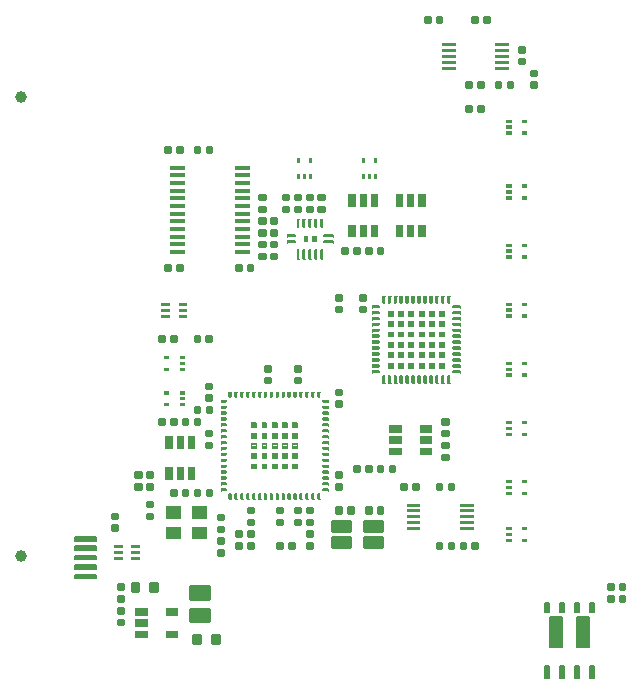
<source format=gbr>
G04 start of page 11 for group -4015 idx -4015 *
G04 Title: pmc, toppaste *
G04 Creator: pcb 1.99z *
G04 CreationDate: Fri 27 Sep 2013 09:22:41 AM GMT UTC *
G04 For: russ *
G04 Format: Gerber/RS-274X *
G04 PCB-Dimensions (mm): 62.00 62.00 *
G04 PCB-Coordinate-Origin: lower left *
%MOMM*%
%FSLAX43Y43*%
%LNTOPPASTE*%
%ADD186C,1.000*%
%ADD185R,0.400X0.400*%
%ADD184R,0.900X0.900*%
%ADD183R,0.207X0.207*%
%ADD182R,0.268X0.268*%
%ADD181C,0.268*%
%ADD180R,0.984X0.984*%
%ADD179R,0.260X0.260*%
%ADD178R,0.314X0.314*%
%ADD177R,0.240X0.240*%
%ADD176C,0.240*%
%ADD175R,0.550X0.550*%
%ADD174C,0.083*%
%ADD173R,0.165X0.165*%
%ADD172R,0.209X0.209*%
%ADD171C,0.300*%
%ADD170R,0.300X0.300*%
%ADD169C,0.089*%
%ADD168R,0.179X0.179*%
%ADD167C,0.100*%
%ADD166R,0.200X0.200*%
%ADD165C,0.141*%
%ADD164R,1.025X1.025*%
%ADD163C,0.200*%
%ADD162R,0.410X0.410*%
%ADD161C,0.400*%
%ADD160R,0.700X0.700*%
G54D160*X33050Y13800D02*X33700D01*
G54D161*X34050Y14150D02*Y13450D01*
X32700Y14150D02*Y13450D01*
X34050D01*
X32700Y14150D02*X34050D01*
G54D160*X30300Y13800D02*X30950D01*
G54D161*X31300Y14150D02*Y13450D01*
X29950Y14150D02*Y13450D01*
X31300D01*
X29950Y14150D02*X31300D01*
G54D160*X33050Y15200D02*X33700D01*
G54D161*X34050Y15550D02*Y14850D01*
X32700Y15550D02*Y14850D01*
X34050D01*
X32700Y15550D02*X34050D01*
G54D160*X30300Y15200D02*X30950D01*
G54D161*X31300Y15550D02*Y14850D01*
X29950Y15550D02*Y14850D01*
X31300D01*
X29950Y15550D02*X31300D01*
G54D162*X48095Y3160D02*Y2500D01*
G54D163*X47890Y3365D02*Y2295D01*
X48300Y3365D02*Y2295D01*
X47890Y3365D02*X48300D01*
X47890Y2295D02*X48300D01*
G54D162*X49365Y3160D02*Y2500D01*
G54D163*X49160Y3365D02*Y2295D01*
X49570Y3365D02*Y2295D01*
X49160Y3365D02*X49570D01*
X49160Y2295D02*X49570D01*
G54D162*X50635Y3160D02*Y2500D01*
G54D163*X50430Y3365D02*Y2295D01*
X50840Y3365D02*Y2295D01*
X50430Y3365D02*X50840D01*
X50430Y2295D02*X50840D01*
G54D162*X51905Y3160D02*Y2500D01*
G54D163*X51700Y3365D02*Y2295D01*
X52110Y3365D02*Y2295D01*
X51700Y3365D02*X52110D01*
X51700Y2295D02*X52110D01*
G54D162*X48095Y8500D02*Y8090D01*
G54D163*X47890Y8705D02*Y7885D01*
X48300Y8705D02*Y7885D01*
X47890Y8705D02*X48300D01*
X47890Y7885D02*X48300D01*
G54D162*X49365Y8500D02*Y8090D01*
G54D163*X49160Y8705D02*Y7885D01*
X49570Y8705D02*Y7885D01*
X49160Y8705D02*X49570D01*
X49160Y7885D02*X49570D01*
G54D162*X50635Y8500D02*Y8090D01*
G54D163*X50430Y8705D02*Y7885D01*
X50840Y8705D02*Y7885D01*
X50430Y8705D02*X50840D01*
X50430Y7885D02*X50840D01*
G54D162*X51905Y8500D02*Y8090D01*
G54D163*X51700Y8705D02*Y7885D01*
X52110Y8705D02*Y7885D01*
X51700Y8705D02*X52110D01*
X51700Y7885D02*X52110D01*
G54D164*X48870Y6954D02*Y5426D01*
G54D165*X48357Y7466D02*Y4914D01*
X49383Y7466D02*Y4914D01*
X48357Y7466D02*X49383D01*
X48357Y4914D02*X49383D01*
G54D164*X51130Y6954D02*Y5426D01*
G54D165*X50617Y7466D02*Y4914D01*
X51643Y7466D02*Y4914D01*
X50617Y7466D02*X51643D01*
X50617Y4914D02*X51643D01*
G54D166*X44750Y44000D02*X44900D01*
G54D167*X44650Y44100D02*X45000D01*
X44650Y43900D02*X45000D01*
Y44100D02*Y43900D01*
X44650Y44100D02*Y43900D01*
G54D166*X44750Y43500D02*X44900D01*
G54D167*X44650Y43600D02*X45000D01*
X44650Y43400D02*X45000D01*
Y43600D02*Y43400D01*
X44650Y43600D02*Y43400D01*
G54D166*X44750Y43000D02*X44900D01*
G54D167*X44650Y43100D02*X45000D01*
X44650Y42900D02*X45000D01*
Y43100D02*Y42900D01*
X44650Y43100D02*Y42900D01*
G54D166*X46100Y43000D02*X46250D01*
G54D167*X46000Y42900D02*X46350D01*
X46000Y43100D02*X46350D01*
X46000D02*Y42900D01*
X46350Y43100D02*Y42900D01*
G54D166*X46100Y44000D02*X46250D01*
G54D167*X46000Y43900D02*X46350D01*
X46000Y44100D02*X46350D01*
X46000D02*Y43900D01*
X46350Y44100D02*Y43900D01*
G54D166*X44750Y34000D02*X44900D01*
G54D167*X44650Y34100D02*X45000D01*
X44650Y33900D02*X45000D01*
Y34100D02*Y33900D01*
X44650Y34100D02*Y33900D01*
G54D166*X44750Y33500D02*X44900D01*
G54D167*X44650Y33600D02*X45000D01*
X44650Y33400D02*X45000D01*
Y33600D02*Y33400D01*
X44650Y33600D02*Y33400D01*
G54D166*X44750Y33000D02*X44900D01*
G54D167*X44650Y33100D02*X45000D01*
X44650Y32900D02*X45000D01*
Y33100D02*Y32900D01*
X44650Y33100D02*Y32900D01*
G54D166*X46100Y33000D02*X46250D01*
G54D167*X46000Y32900D02*X46350D01*
X46000Y33100D02*X46350D01*
X46000D02*Y32900D01*
X46350Y33100D02*Y32900D01*
G54D166*X46100Y34000D02*X46250D01*
G54D167*X46000Y33900D02*X46350D01*
X46000Y34100D02*X46350D01*
X46000D02*Y33900D01*
X46350Y34100D02*Y33900D01*
G54D166*X44750Y39000D02*X44900D01*
G54D167*X44650Y39100D02*X45000D01*
X44650Y38900D02*X45000D01*
Y39100D02*Y38900D01*
X44650Y39100D02*Y38900D01*
G54D166*X44750Y38500D02*X44900D01*
G54D167*X44650Y38600D02*X45000D01*
X44650Y38400D02*X45000D01*
Y38600D02*Y38400D01*
X44650Y38600D02*Y38400D01*
G54D166*X44750Y38000D02*X44900D01*
G54D167*X44650Y38100D02*X45000D01*
X44650Y37900D02*X45000D01*
Y38100D02*Y37900D01*
X44650Y38100D02*Y37900D01*
G54D166*X46100Y38000D02*X46250D01*
G54D167*X46000Y37900D02*X46350D01*
X46000Y38100D02*X46350D01*
X46000D02*Y37900D01*
X46350Y38100D02*Y37900D01*
G54D166*X46100Y39000D02*X46250D01*
G54D167*X46000Y38900D02*X46350D01*
X46000Y39100D02*X46350D01*
X46000D02*Y38900D01*
X46350Y39100D02*Y38900D01*
G54D166*X44750Y49500D02*X44900D01*
G54D167*X44650Y49600D02*X45000D01*
X44650Y49400D02*X45000D01*
Y49600D02*Y49400D01*
X44650Y49600D02*Y49400D01*
G54D166*X44750Y49000D02*X44900D01*
G54D167*X44650Y49100D02*X45000D01*
X44650Y48900D02*X45000D01*
Y49100D02*Y48900D01*
X44650Y49100D02*Y48900D01*
G54D166*X44750Y48500D02*X44900D01*
G54D167*X44650Y48600D02*X45000D01*
X44650Y48400D02*X45000D01*
Y48600D02*Y48400D01*
X44650Y48600D02*Y48400D01*
G54D166*X46100Y48500D02*X46250D01*
G54D167*X46000Y48400D02*X46350D01*
X46000Y48600D02*X46350D01*
X46000D02*Y48400D01*
X46350Y48600D02*Y48400D01*
G54D166*X46100Y49500D02*X46250D01*
G54D167*X46000Y49400D02*X46350D01*
X46000Y49600D02*X46350D01*
X46000D02*Y49400D01*
X46350Y49600D02*Y49400D01*
G54D166*X44750Y15000D02*X44900D01*
G54D167*X44650Y15100D02*X45000D01*
X44650Y14900D02*X45000D01*
Y15100D02*Y14900D01*
X44650Y15100D02*Y14900D01*
G54D166*X44750Y14500D02*X44900D01*
G54D167*X44650Y14600D02*X45000D01*
X44650Y14400D02*X45000D01*
Y14600D02*Y14400D01*
X44650Y14600D02*Y14400D01*
G54D166*X44750Y14000D02*X44900D01*
G54D167*X44650Y14100D02*X45000D01*
X44650Y13900D02*X45000D01*
Y14100D02*Y13900D01*
X44650Y14100D02*Y13900D01*
G54D166*X46100Y14000D02*X46250D01*
G54D167*X46000Y13900D02*X46350D01*
X46000Y14100D02*X46350D01*
X46000D02*Y13900D01*
X46350Y14100D02*Y13900D01*
G54D166*X46100Y15000D02*X46250D01*
G54D167*X46000Y14900D02*X46350D01*
X46000Y15100D02*X46350D01*
X46000D02*Y14900D01*
X46350Y15100D02*Y14900D01*
G54D166*X44750Y19000D02*X44900D01*
G54D167*X44650Y19100D02*X45000D01*
X44650Y18900D02*X45000D01*
Y19100D02*Y18900D01*
X44650Y19100D02*Y18900D01*
G54D166*X44750Y18500D02*X44900D01*
G54D167*X44650Y18600D02*X45000D01*
X44650Y18400D02*X45000D01*
Y18600D02*Y18400D01*
X44650Y18600D02*Y18400D01*
G54D166*X44750Y18000D02*X44900D01*
G54D167*X44650Y18100D02*X45000D01*
X44650Y17900D02*X45000D01*
Y18100D02*Y17900D01*
X44650Y18100D02*Y17900D01*
G54D166*X46100Y18000D02*X46250D01*
G54D167*X46000Y17900D02*X46350D01*
X46000Y18100D02*X46350D01*
X46000D02*Y17900D01*
X46350Y18100D02*Y17900D01*
G54D166*X46100Y19000D02*X46250D01*
G54D167*X46000Y18900D02*X46350D01*
X46000Y19100D02*X46350D01*
X46000D02*Y18900D01*
X46350Y19100D02*Y18900D01*
G54D166*X44750Y24000D02*X44900D01*
G54D167*X44650Y24100D02*X45000D01*
X44650Y23900D02*X45000D01*
Y24100D02*Y23900D01*
X44650Y24100D02*Y23900D01*
G54D166*X44750Y23500D02*X44900D01*
G54D167*X44650Y23600D02*X45000D01*
X44650Y23400D02*X45000D01*
Y23600D02*Y23400D01*
X44650Y23600D02*Y23400D01*
G54D166*X44750Y23000D02*X44900D01*
G54D167*X44650Y23100D02*X45000D01*
X44650Y22900D02*X45000D01*
Y23100D02*Y22900D01*
X44650Y23100D02*Y22900D01*
G54D166*X46100Y23000D02*X46250D01*
G54D167*X46000Y22900D02*X46350D01*
X46000Y23100D02*X46350D01*
X46000D02*Y22900D01*
X46350Y23100D02*Y22900D01*
G54D166*X46100Y24000D02*X46250D01*
G54D167*X46000Y23900D02*X46350D01*
X46000Y24100D02*X46350D01*
X46000D02*Y23900D01*
X46350Y24100D02*Y23900D01*
G54D166*X44750Y29000D02*X44900D01*
G54D167*X44650Y29100D02*X45000D01*
X44650Y28900D02*X45000D01*
Y29100D02*Y28900D01*
X44650Y29100D02*Y28900D01*
G54D166*X44750Y28500D02*X44900D01*
G54D167*X44650Y28600D02*X45000D01*
X44650Y28400D02*X45000D01*
Y28600D02*Y28400D01*
X44650Y28600D02*Y28400D01*
G54D166*X44750Y28000D02*X44900D01*
G54D167*X44650Y28100D02*X45000D01*
X44650Y27900D02*X45000D01*
Y28100D02*Y27900D01*
X44650Y28100D02*Y27900D01*
G54D166*X46100Y28000D02*X46250D01*
G54D167*X46000Y27900D02*X46350D01*
X46000Y28100D02*X46350D01*
X46000D02*Y27900D01*
X46350Y28100D02*Y27900D01*
G54D166*X46100Y29000D02*X46250D01*
G54D167*X46000Y28900D02*X46350D01*
X46000Y29100D02*X46350D01*
X46000D02*Y28900D01*
X46350Y29100D02*Y28900D01*
G54D168*X11529Y13500D02*X12021D01*
G54D169*X11440Y13589D02*X12110D01*
X11440Y13411D02*X12110D01*
Y13589D02*Y13411D01*
X11440Y13589D02*Y13411D01*
G54D168*X11529Y13000D02*X12021D01*
G54D169*X11440Y13089D02*X12110D01*
X11440Y12911D02*X12110D01*
Y13089D02*Y12911D01*
X11440Y13089D02*Y12911D01*
G54D168*X11529Y12500D02*X12021D01*
G54D169*X11440Y12589D02*X12110D01*
X11440Y12411D02*X12110D01*
Y12589D02*Y12411D01*
X11440Y12589D02*Y12411D01*
G54D168*X12979Y12500D02*X13471D01*
G54D169*X12890Y12411D02*X13560D01*
X12890Y12589D02*X13560D01*
X12890D02*Y12411D01*
X13560Y12589D02*Y12411D01*
G54D168*X12979Y13000D02*X13471D01*
G54D169*X12890Y12911D02*X13560D01*
X12890Y13089D02*X13560D01*
X12890D02*Y12911D01*
X13560Y13089D02*Y12911D01*
G54D168*X12979Y13500D02*X13471D01*
G54D169*X12890Y13411D02*X13560D01*
X12890Y13589D02*X13560D01*
X12890D02*Y13411D01*
X13560Y13589D02*Y13411D01*
G54D170*X11475Y16000D02*X11525D01*
G54D171*X11325Y16150D02*X11675D01*
X11325Y15850D02*X11675D01*
Y16150D02*Y15850D01*
X11325Y16150D02*Y15850D01*
G54D170*X11475Y15000D02*X11525D01*
G54D171*X11325Y15150D02*X11675D01*
X11325Y14850D02*X11675D01*
Y15150D02*Y14850D01*
X11325Y15150D02*Y14850D01*
G54D170*X20475Y15900D02*X20525D01*
G54D171*X20325Y16050D02*X20675D01*
X20325Y15750D02*X20675D01*
Y16050D02*Y15750D01*
X20325Y16050D02*Y15750D01*
G54D170*X20475Y14900D02*X20525D01*
G54D171*X20325Y15050D02*X20675D01*
X20325Y14750D02*X20675D01*
Y15050D02*Y14750D01*
X20325Y15050D02*Y14750D01*
G54D170*X14475Y16000D02*X14525D01*
G54D171*X14325Y15850D02*X14675D01*
X14325Y16150D02*X14675D01*
X14325D02*Y15850D01*
X14675Y16150D02*Y15850D01*
G54D170*X14475Y17000D02*X14525D01*
G54D171*X14325Y16850D02*X14675D01*
X14325Y17150D02*X14675D01*
X14325D02*Y16850D01*
X14675Y17150D02*Y16850D01*
G54D170*X41000Y13525D02*Y13475D01*
G54D171*X40850Y13675D02*Y13325D01*
X41150Y13675D02*Y13325D01*
X40850Y13675D02*X41150D01*
X40850Y13325D02*X41150D01*
G54D170*X42000Y13525D02*Y13475D01*
G54D171*X41850Y13675D02*Y13325D01*
X42150Y13675D02*Y13325D01*
X41850Y13675D02*X42150D01*
X41850Y13325D02*X42150D01*
G54D170*X30500Y16525D02*Y16475D01*
G54D171*X30350Y16675D02*Y16325D01*
X30650Y16675D02*Y16325D01*
X30350Y16675D02*X30650D01*
X30350Y16325D02*X30650D01*
G54D170*X31500Y16525D02*Y16475D01*
G54D171*X31350Y16675D02*Y16325D01*
X31650Y16675D02*Y16325D01*
X31350Y16675D02*X31650D01*
X31350Y16325D02*X31650D01*
G54D170*X34000Y16525D02*Y16475D01*
G54D171*X34150Y16675D02*Y16325D01*
X33850Y16675D02*Y16325D01*
X34150D01*
X33850Y16675D02*X34150D01*
G54D170*X33000Y16525D02*Y16475D01*
G54D171*X33150Y16675D02*Y16325D01*
X32850Y16675D02*Y16325D01*
X33150D01*
X32850Y16675D02*X33150D01*
G54D170*X54500Y10025D02*Y9975D01*
G54D171*X54650Y10175D02*Y9825D01*
X54350Y10175D02*Y9825D01*
X54650D01*
X54350Y10175D02*X54650D01*
G54D170*X53500Y10025D02*Y9975D01*
G54D171*X53650Y10175D02*Y9825D01*
X53350Y10175D02*Y9825D01*
X53650D01*
X53350Y10175D02*X53650D01*
G54D170*X54500Y9025D02*Y8975D01*
G54D171*X54650Y9175D02*Y8825D01*
X54350Y9175D02*Y8825D01*
X54650D01*
X54350Y9175D02*X54650D01*
G54D170*X53500Y9025D02*Y8975D01*
G54D171*X53650Y9175D02*Y8825D01*
X53350Y9175D02*Y8825D01*
X53650D01*
X53350Y9175D02*X53650D01*
G54D170*X26975Y28500D02*X27025D01*
G54D171*X26825Y28650D02*X27175D01*
X26825Y28350D02*X27175D01*
Y28650D02*Y28350D01*
X26825Y28650D02*Y28350D01*
G54D170*X26975Y27500D02*X27025D01*
G54D171*X26825Y27650D02*X27175D01*
X26825Y27350D02*X27175D01*
Y27650D02*Y27350D01*
X26825Y27650D02*Y27350D01*
G54D170*X18500Y18025D02*Y17975D01*
G54D171*X18350Y18175D02*Y17825D01*
X18650Y18175D02*Y17825D01*
X18350Y18175D02*X18650D01*
X18350Y17825D02*X18650D01*
G54D170*X19500Y18025D02*Y17975D01*
G54D171*X19350Y18175D02*Y17825D01*
X19650Y18175D02*Y17825D01*
X19350Y18175D02*X19650D01*
X19350Y17825D02*X19650D01*
G54D170*X18500Y25025D02*Y24975D01*
G54D171*X18350Y25175D02*Y24825D01*
X18650Y25175D02*Y24825D01*
X18350Y25175D02*X18650D01*
X18350Y24825D02*X18650D01*
G54D170*X19500Y25025D02*Y24975D01*
G54D171*X19350Y25175D02*Y24825D01*
X19650Y25175D02*Y24825D01*
X19350Y25175D02*X19650D01*
X19350Y24825D02*X19650D01*
G54D170*X25500Y13525D02*Y13475D01*
G54D171*X25350Y13675D02*Y13325D01*
X25650Y13675D02*Y13325D01*
X25350Y13675D02*X25650D01*
X25350Y13325D02*X25650D01*
G54D170*X26500Y13525D02*Y13475D01*
G54D171*X26350Y13675D02*Y13325D01*
X26650Y13675D02*Y13325D01*
X26350Y13675D02*X26650D01*
X26350Y13325D02*X26650D01*
G54D170*X25475Y15500D02*X25525D01*
G54D171*X25325Y15350D02*X25675D01*
X25325Y15650D02*X25675D01*
X25325D02*Y15350D01*
X25675Y15650D02*Y15350D01*
G54D170*X25475Y16500D02*X25525D01*
G54D171*X25325Y16350D02*X25675D01*
X25325Y16650D02*X25675D01*
X25325D02*Y16350D01*
X25675Y16650D02*Y16350D01*
G54D170*X21975Y13500D02*X22025D01*
G54D171*X21825Y13350D02*X22175D01*
X21825Y13650D02*X22175D01*
X21825D02*Y13350D01*
X22175Y13650D02*Y13350D01*
G54D170*X21975Y14500D02*X22025D01*
G54D171*X21825Y14350D02*X22175D01*
X21825Y14650D02*X22175D01*
X21825D02*Y14350D01*
X22175Y14650D02*Y14350D01*
G54D170*X22975Y15500D02*X23025D01*
G54D171*X22825Y15350D02*X23175D01*
X22825Y15650D02*X23175D01*
X22825D02*Y15350D01*
X23175Y15650D02*Y15350D01*
G54D170*X22975Y16500D02*X23025D01*
G54D171*X22825Y16350D02*X23175D01*
X22825Y16650D02*X23175D01*
X22825D02*Y16350D01*
X23175Y16650D02*Y16350D01*
G54D170*X30475Y26500D02*X30525D01*
G54D171*X30325Y26650D02*X30675D01*
X30325Y26350D02*X30675D01*
Y26650D02*Y26350D01*
X30325Y26650D02*Y26350D01*
G54D170*X30475Y25500D02*X30525D01*
G54D171*X30325Y25650D02*X30675D01*
X30325Y25350D02*X30675D01*
Y25650D02*Y25350D01*
X30325Y25650D02*Y25350D01*
G54D170*X30475Y18500D02*X30525D01*
G54D171*X30325Y18350D02*X30675D01*
X30325Y18650D02*X30675D01*
X30325D02*Y18350D01*
X30675Y18650D02*Y18350D01*
G54D170*X30475Y19500D02*X30525D01*
G54D171*X30325Y19350D02*X30675D01*
X30325Y19650D02*X30675D01*
X30325D02*Y19350D01*
X30675Y19650D02*Y19350D01*
G54D170*X19475Y23000D02*X19525D01*
G54D171*X19325Y23150D02*X19675D01*
X19325Y22850D02*X19675D01*
Y23150D02*Y22850D01*
X19325Y23150D02*Y22850D01*
G54D170*X19475Y22000D02*X19525D01*
G54D171*X19325Y22150D02*X19675D01*
X19325Y21850D02*X19675D01*
Y22150D02*Y21850D01*
X19325Y22150D02*Y21850D01*
G54D170*X24475Y28500D02*X24525D01*
G54D171*X24325Y28650D02*X24675D01*
X24325Y28350D02*X24675D01*
Y28650D02*Y28350D01*
X24325Y28650D02*Y28350D01*
G54D170*X24475Y27500D02*X24525D01*
G54D171*X24325Y27650D02*X24675D01*
X24325Y27350D02*X24675D01*
Y27650D02*Y27350D01*
X24325Y27650D02*Y27350D01*
G54D170*X27975Y15500D02*X28025D01*
G54D171*X27825Y15350D02*X28175D01*
X27825Y15650D02*X28175D01*
X27825D02*Y15350D01*
X28175Y15650D02*Y15350D01*
G54D170*X27975Y16500D02*X28025D01*
G54D171*X27825Y16350D02*X28175D01*
X27825Y16650D02*X28175D01*
X27825D02*Y16350D01*
X28175Y16650D02*Y16350D01*
G54D170*X26975Y15500D02*X27025D01*
G54D171*X26825Y15350D02*X27175D01*
X26825Y15650D02*X27175D01*
X26825D02*Y15350D01*
X27175Y15650D02*Y15350D01*
G54D170*X26975Y16500D02*X27025D01*
G54D171*X26825Y16350D02*X27175D01*
X26825Y16650D02*X27175D01*
X26825D02*Y16350D01*
X27175Y16650D02*Y16350D01*
G54D170*X19475Y27000D02*X19525D01*
G54D171*X19325Y27150D02*X19675D01*
X19325Y26850D02*X19675D01*
Y27150D02*Y26850D01*
X19325Y27150D02*Y26850D01*
G54D170*X19475Y26000D02*X19525D01*
G54D171*X19325Y26150D02*X19675D01*
X19325Y25850D02*X19675D01*
Y26150D02*Y25850D01*
X19325Y26150D02*Y25850D01*
G54D170*X32475Y34500D02*X32525D01*
G54D171*X32325Y34650D02*X32675D01*
X32325Y34350D02*X32675D01*
Y34650D02*Y34350D01*
X32325Y34650D02*Y34350D01*
G54D170*X32475Y33500D02*X32525D01*
G54D171*X32325Y33650D02*X32675D01*
X32325Y33350D02*X32675D01*
Y33650D02*Y33350D01*
X32325Y33650D02*Y33350D01*
G54D167*X39650Y34700D02*X39850D01*
G54D171*X39750Y34100D03*
G54D170*Y34550D02*Y34250D01*
G54D167*X39150Y34700D02*X39350D01*
G54D171*X39250Y34100D03*
G54D170*Y34550D02*Y34250D01*
G54D167*X38650Y34700D02*X38850D01*
G54D171*X38750Y34100D03*
G54D170*Y34550D02*Y34250D01*
G54D167*X38150Y34700D02*X38350D01*
G54D171*X38250Y34100D03*
G54D170*Y34550D02*Y34250D01*
G54D167*X37650Y34700D02*X37850D01*
G54D171*X37750Y34100D03*
G54D170*Y34550D02*Y34250D01*
G54D167*X37150Y34700D02*X37350D01*
G54D171*X37250Y34100D03*
G54D170*Y34550D02*Y34250D01*
G54D167*X36650Y34700D02*X36850D01*
G54D171*X36750Y34100D03*
G54D170*Y34550D02*Y34250D01*
G54D167*X36150Y34700D02*X36350D01*
G54D171*X36250Y34100D03*
G54D170*Y34550D02*Y34250D01*
G54D167*X35650Y34700D02*X35850D01*
G54D171*X35750Y34100D03*
G54D170*Y34550D02*Y34250D01*
G54D167*X35150Y34700D02*X35350D01*
G54D171*X35250Y34100D03*
G54D170*Y34550D02*Y34250D01*
G54D167*X34650Y34700D02*X34850D01*
G54D171*X34750Y34100D03*
G54D170*Y34550D02*Y34250D01*
G54D167*X34150Y34700D02*X34350D01*
G54D171*X34250Y34100D03*
G54D170*Y34550D02*Y34250D01*
G54D167*X33300Y33850D02*Y33650D01*
G54D171*X33900Y33750D03*
G54D170*X33450D02*X33750D01*
G54D167*X33300Y33350D02*Y33150D01*
G54D171*X33900Y33250D03*
G54D170*X33450D02*X33750D01*
G54D167*X33300Y32850D02*Y32650D01*
G54D171*X33900Y32750D03*
G54D170*X33450D02*X33750D01*
G54D167*X33300Y32350D02*Y32150D01*
G54D171*X33900Y32250D03*
G54D170*X33450D02*X33750D01*
G54D167*X33300Y31850D02*Y31650D01*
G54D171*X33900Y31750D03*
G54D170*X33450D02*X33750D01*
G54D167*X33300Y31350D02*Y31150D01*
G54D171*X33900Y31250D03*
G54D170*X33450D02*X33750D01*
G54D167*X33300Y30850D02*Y30650D01*
G54D171*X33900Y30750D03*
G54D170*X33450D02*X33750D01*
G54D167*X33300Y30350D02*Y30150D01*
G54D171*X33900Y30250D03*
G54D170*X33450D02*X33750D01*
G54D167*X33300Y29850D02*Y29650D01*
G54D171*X33900Y29750D03*
G54D170*X33450D02*X33750D01*
G54D167*X33300Y29350D02*Y29150D01*
G54D171*X33900Y29250D03*
G54D170*X33450D02*X33750D01*
G54D167*X33300Y28850D02*Y28650D01*
G54D171*X33900Y28750D03*
G54D170*X33450D02*X33750D01*
G54D167*X33300Y28350D02*Y28150D01*
G54D171*X33900Y28250D03*
G54D170*X33450D02*X33750D01*
G54D167*X34150Y27300D02*X34350D01*
G54D171*X34250Y27900D03*
G54D170*Y27750D02*Y27450D01*
G54D167*X34650Y27300D02*X34850D01*
G54D171*X34750Y27900D03*
G54D170*Y27750D02*Y27450D01*
G54D167*X35150Y27300D02*X35350D01*
G54D171*X35250Y27900D03*
G54D170*Y27750D02*Y27450D01*
G54D167*X35650Y27300D02*X35850D01*
G54D171*X35750Y27900D03*
G54D170*Y27750D02*Y27450D01*
G54D167*X36150Y27300D02*X36350D01*
G54D171*X36250Y27900D03*
G54D170*Y27750D02*Y27450D01*
G54D167*X36650Y27300D02*X36850D01*
G54D171*X36750Y27900D03*
G54D170*Y27750D02*Y27450D01*
G54D167*X37150Y27300D02*X37350D01*
G54D171*X37250Y27900D03*
G54D170*Y27750D02*Y27450D01*
G54D167*X37650Y27300D02*X37850D01*
G54D171*X37750Y27900D03*
G54D170*Y27750D02*Y27450D01*
G54D167*X38150Y27300D02*X38350D01*
G54D171*X38250Y27900D03*
G54D170*Y27750D02*Y27450D01*
G54D167*X38650Y27300D02*X38850D01*
G54D171*X38750Y27900D03*
G54D170*Y27750D02*Y27450D01*
G54D167*X39150Y27300D02*X39350D01*
G54D171*X39250Y27900D03*
G54D170*Y27750D02*Y27450D01*
G54D167*X39650Y27300D02*X39850D01*
G54D171*X39750Y27900D03*
G54D170*Y27750D02*Y27450D01*
G54D167*X40700Y28350D02*Y28150D01*
G54D171*X40100Y28250D03*
G54D170*X40250D02*X40550D01*
G54D167*X40700Y28850D02*Y28650D01*
G54D171*X40100Y28750D03*
G54D170*X40250D02*X40550D01*
G54D167*X40700Y29350D02*Y29150D01*
G54D171*X40100Y29250D03*
G54D170*X40250D02*X40550D01*
G54D167*X40700Y29850D02*Y29650D01*
G54D171*X40100Y29750D03*
G54D170*X40250D02*X40550D01*
G54D167*X40700Y30350D02*Y30150D01*
G54D171*X40100Y30250D03*
G54D170*X40250D02*X40550D01*
G54D167*X40700Y30850D02*Y30650D01*
G54D171*X40100Y30750D03*
G54D170*X40250D02*X40550D01*
G54D167*X40700Y31350D02*Y31150D01*
G54D171*X40100Y31250D03*
G54D170*X40250D02*X40550D01*
G54D167*X40700Y31850D02*Y31650D01*
G54D171*X40100Y31750D03*
G54D170*X40250D02*X40550D01*
G54D167*X40700Y32350D02*Y32150D01*
G54D171*X40100Y32250D03*
G54D170*X40250D02*X40550D01*
G54D167*X40700Y32850D02*Y32650D01*
G54D171*X40100Y32750D03*
G54D170*X40250D02*X40550D01*
G54D167*X40700Y33350D02*Y33150D01*
G54D171*X40100Y33250D03*
G54D170*X40250D02*X40550D01*
G54D167*X40700Y33850D02*Y33650D01*
G54D171*X40100Y33750D03*
G54D170*X40250D02*X40550D01*
G54D172*X39083Y33292D02*X39292D01*
X39083Y33083D02*X39292D01*
G54D167*X38979Y33396D02*X39396D01*
X38979Y32979D02*X39396D01*
Y33396D02*Y32979D01*
X38979Y33396D02*Y32979D01*
G54D172*X39083Y32417D02*X39292D01*
X39083Y32208D02*X39292D01*
G54D167*X38979Y32521D02*X39396D01*
X38979Y32104D02*X39396D01*
Y32521D02*Y32104D01*
X38979Y32521D02*Y32104D01*
G54D172*X39083Y31542D02*X39292D01*
X39083Y31333D02*X39292D01*
G54D167*X38979Y31646D02*X39396D01*
X38979Y31229D02*X39396D01*
Y31646D02*Y31229D01*
X38979Y31646D02*Y31229D01*
G54D172*X39083Y30667D02*X39292D01*
X39083Y30458D02*X39292D01*
G54D167*X38979Y30771D02*X39396D01*
X38979Y30354D02*X39396D01*
Y30771D02*Y30354D01*
X38979Y30771D02*Y30354D01*
G54D172*X39083Y29792D02*X39292D01*
X39083Y29583D02*X39292D01*
G54D167*X38979Y29896D02*X39396D01*
X38979Y29479D02*X39396D01*
Y29896D02*Y29479D01*
X38979Y29896D02*Y29479D01*
G54D172*X39083Y28917D02*X39292D01*
X39083Y28708D02*X39292D01*
G54D167*X38979Y29021D02*X39396D01*
X38979Y28604D02*X39396D01*
Y29021D02*Y28604D01*
X38979Y29021D02*Y28604D01*
G54D172*X38208Y33292D02*X38417D01*
X38208Y33083D02*X38417D01*
G54D167*X38104Y33396D02*X38521D01*
X38104Y32979D02*X38521D01*
Y33396D02*Y32979D01*
X38104Y33396D02*Y32979D01*
G54D172*X38208Y32417D02*X38417D01*
X38208Y32208D02*X38417D01*
G54D167*X38104Y32521D02*X38521D01*
X38104Y32104D02*X38521D01*
Y32521D02*Y32104D01*
X38104Y32521D02*Y32104D01*
G54D172*X38208Y31542D02*X38417D01*
X38208Y31333D02*X38417D01*
G54D167*X38104Y31646D02*X38521D01*
X38104Y31229D02*X38521D01*
Y31646D02*Y31229D01*
X38104Y31646D02*Y31229D01*
G54D172*X38208Y30667D02*X38417D01*
X38208Y30458D02*X38417D01*
G54D167*X38104Y30771D02*X38521D01*
X38104Y30354D02*X38521D01*
Y30771D02*Y30354D01*
X38104Y30771D02*Y30354D01*
G54D172*X38208Y29792D02*X38417D01*
X38208Y29583D02*X38417D01*
G54D167*X38104Y29896D02*X38521D01*
X38104Y29479D02*X38521D01*
Y29896D02*Y29479D01*
X38104Y29896D02*Y29479D01*
G54D172*X38208Y28917D02*X38417D01*
X38208Y28708D02*X38417D01*
G54D167*X38104Y29021D02*X38521D01*
X38104Y28604D02*X38521D01*
Y29021D02*Y28604D01*
X38104Y29021D02*Y28604D01*
G54D172*X37333Y33292D02*X37542D01*
X37333Y33083D02*X37542D01*
G54D167*X37229Y33396D02*X37646D01*
X37229Y32979D02*X37646D01*
Y33396D02*Y32979D01*
X37229Y33396D02*Y32979D01*
G54D172*X37333Y32417D02*X37542D01*
X37333Y32208D02*X37542D01*
G54D167*X37229Y32521D02*X37646D01*
X37229Y32104D02*X37646D01*
Y32521D02*Y32104D01*
X37229Y32521D02*Y32104D01*
G54D172*X37333Y31542D02*X37542D01*
X37333Y31333D02*X37542D01*
G54D167*X37229Y31646D02*X37646D01*
X37229Y31229D02*X37646D01*
Y31646D02*Y31229D01*
X37229Y31646D02*Y31229D01*
G54D172*X37333Y30667D02*X37542D01*
X37333Y30458D02*X37542D01*
G54D167*X37229Y30771D02*X37646D01*
X37229Y30354D02*X37646D01*
Y30771D02*Y30354D01*
X37229Y30771D02*Y30354D01*
G54D172*X37333Y29792D02*X37542D01*
X37333Y29583D02*X37542D01*
G54D167*X37229Y29896D02*X37646D01*
X37229Y29479D02*X37646D01*
Y29896D02*Y29479D01*
X37229Y29896D02*Y29479D01*
G54D172*X37333Y28917D02*X37542D01*
X37333Y28708D02*X37542D01*
G54D167*X37229Y29021D02*X37646D01*
X37229Y28604D02*X37646D01*
Y29021D02*Y28604D01*
X37229Y29021D02*Y28604D01*
G54D172*X36458Y33292D02*X36667D01*
X36458Y33083D02*X36667D01*
G54D167*X36354Y33396D02*X36771D01*
X36354Y32979D02*X36771D01*
Y33396D02*Y32979D01*
X36354Y33396D02*Y32979D01*
G54D172*X36458Y32417D02*X36667D01*
X36458Y32208D02*X36667D01*
G54D167*X36354Y32521D02*X36771D01*
X36354Y32104D02*X36771D01*
Y32521D02*Y32104D01*
X36354Y32521D02*Y32104D01*
G54D172*X36458Y31542D02*X36667D01*
X36458Y31333D02*X36667D01*
G54D167*X36354Y31646D02*X36771D01*
X36354Y31229D02*X36771D01*
Y31646D02*Y31229D01*
X36354Y31646D02*Y31229D01*
G54D172*X36458Y30667D02*X36667D01*
X36458Y30458D02*X36667D01*
G54D167*X36354Y30771D02*X36771D01*
X36354Y30354D02*X36771D01*
Y30771D02*Y30354D01*
X36354Y30771D02*Y30354D01*
G54D172*X36458Y29792D02*X36667D01*
X36458Y29583D02*X36667D01*
G54D167*X36354Y29896D02*X36771D01*
X36354Y29479D02*X36771D01*
Y29896D02*Y29479D01*
X36354Y29896D02*Y29479D01*
G54D172*X36458Y28917D02*X36667D01*
X36458Y28708D02*X36667D01*
G54D167*X36354Y29021D02*X36771D01*
X36354Y28604D02*X36771D01*
Y29021D02*Y28604D01*
X36354Y29021D02*Y28604D01*
G54D172*X35583Y33292D02*X35792D01*
X35583Y33083D02*X35792D01*
G54D167*X35479Y33396D02*X35896D01*
X35479Y32979D02*X35896D01*
Y33396D02*Y32979D01*
X35479Y33396D02*Y32979D01*
G54D172*X35583Y32417D02*X35792D01*
X35583Y32208D02*X35792D01*
G54D167*X35479Y32521D02*X35896D01*
X35479Y32104D02*X35896D01*
Y32521D02*Y32104D01*
X35479Y32521D02*Y32104D01*
G54D172*X35583Y31542D02*X35792D01*
X35583Y31333D02*X35792D01*
G54D167*X35479Y31646D02*X35896D01*
X35479Y31229D02*X35896D01*
Y31646D02*Y31229D01*
X35479Y31646D02*Y31229D01*
G54D172*X35583Y30667D02*X35792D01*
X35583Y30458D02*X35792D01*
G54D167*X35479Y30771D02*X35896D01*
X35479Y30354D02*X35896D01*
Y30771D02*Y30354D01*
X35479Y30771D02*Y30354D01*
G54D172*X35583Y29792D02*X35792D01*
X35583Y29583D02*X35792D01*
G54D167*X35479Y29896D02*X35896D01*
X35479Y29479D02*X35896D01*
Y29896D02*Y29479D01*
X35479Y29896D02*Y29479D01*
G54D172*X35583Y28917D02*X35792D01*
X35583Y28708D02*X35792D01*
G54D167*X35479Y29021D02*X35896D01*
X35479Y28604D02*X35896D01*
Y29021D02*Y28604D01*
X35479Y29021D02*Y28604D01*
G54D172*X34708Y33292D02*X34917D01*
X34708Y33083D02*X34917D01*
G54D167*X34604Y33396D02*X35021D01*
X34604Y32979D02*X35021D01*
Y33396D02*Y32979D01*
X34604Y33396D02*Y32979D01*
G54D172*X34708Y32417D02*X34917D01*
X34708Y32208D02*X34917D01*
G54D167*X34604Y32521D02*X35021D01*
X34604Y32104D02*X35021D01*
Y32521D02*Y32104D01*
X34604Y32521D02*Y32104D01*
G54D172*X34708Y31542D02*X34917D01*
X34708Y31333D02*X34917D01*
G54D167*X34604Y31646D02*X35021D01*
X34604Y31229D02*X35021D01*
Y31646D02*Y31229D01*
X34604Y31646D02*Y31229D01*
G54D172*X34708Y30667D02*X34917D01*
X34708Y30458D02*X34917D01*
G54D167*X34604Y30771D02*X35021D01*
X34604Y30354D02*X35021D01*
Y30771D02*Y30354D01*
X34604Y30771D02*Y30354D01*
G54D172*X34708Y29792D02*X34917D01*
X34708Y29583D02*X34917D01*
G54D167*X34604Y29896D02*X35021D01*
X34604Y29479D02*X35021D01*
Y29896D02*Y29479D01*
X34604Y29896D02*Y29479D01*
G54D172*X34708Y28917D02*X34917D01*
X34708Y28708D02*X34917D01*
G54D167*X34604Y29021D02*X35021D01*
X34604Y28604D02*X35021D01*
Y29021D02*Y28604D01*
X34604Y29021D02*Y28604D01*
G54D170*X27975Y14500D02*X28025D01*
G54D171*X27825Y14650D02*X28175D01*
X27825Y14350D02*X28175D01*
Y14650D02*Y14350D01*
X27825Y14650D02*Y14350D01*
G54D170*X27975Y13500D02*X28025D01*
G54D171*X27825Y13650D02*X28175D01*
X27825Y13350D02*X28175D01*
Y13650D02*Y13350D01*
X27825Y13650D02*Y13350D01*
G54D170*X22975Y14500D02*X23025D01*
G54D171*X22825Y14650D02*X23175D01*
X22825Y14350D02*X23175D01*
Y14650D02*Y14350D01*
X22825Y14650D02*Y14350D01*
G54D170*X22975Y13500D02*X23025D01*
G54D171*X22825Y13650D02*X23175D01*
X22825Y13350D02*X23175D01*
Y13650D02*Y13350D01*
X22825Y13650D02*Y13350D01*
G54D170*X20475Y13900D02*X20525D01*
G54D171*X20325Y14050D02*X20675D01*
X20325Y13750D02*X20675D01*
Y14050D02*Y13750D01*
X20325Y14050D02*Y13750D01*
G54D170*X20475Y12900D02*X20525D01*
G54D171*X20325Y13050D02*X20675D01*
X20325Y12750D02*X20675D01*
Y13050D02*Y12750D01*
X20325Y13050D02*Y12750D01*
G54D173*X36296Y17000D02*X37204D01*
G54D174*X36214Y17082D02*X37286D01*
X36214Y16918D02*X37286D01*
Y17082D02*Y16918D01*
X36214Y17082D02*Y16918D01*
G54D173*X36296Y16500D02*X37204D01*
G54D174*X36214Y16582D02*X37286D01*
X36214Y16418D02*X37286D01*
Y16582D02*Y16418D01*
X36214Y16582D02*Y16418D01*
G54D173*X36296Y16000D02*X37204D01*
G54D174*X36214Y16082D02*X37286D01*
X36214Y15918D02*X37286D01*
Y16082D02*Y15918D01*
X36214Y16082D02*Y15918D01*
G54D173*X36296Y15500D02*X37204D01*
G54D174*X36214Y15582D02*X37286D01*
X36214Y15418D02*X37286D01*
Y15582D02*Y15418D01*
X36214Y15582D02*Y15418D01*
G54D173*X36296Y15000D02*X37204D01*
G54D174*X36214Y15082D02*X37286D01*
X36214Y14918D02*X37286D01*
Y15082D02*Y14918D01*
X36214Y15082D02*Y14918D01*
G54D173*X40796Y15000D02*X41704D01*
G54D174*X40714Y14918D02*X41786D01*
X40714Y15082D02*X41786D01*
X40714D02*Y14918D01*
X41786Y15082D02*Y14918D01*
G54D173*X40796Y15500D02*X41704D01*
G54D174*X40714Y15418D02*X41786D01*
X40714Y15582D02*X41786D01*
X40714D02*Y15418D01*
X41786Y15582D02*Y15418D01*
G54D173*X40796Y16000D02*X41704D01*
G54D174*X40714Y15918D02*X41786D01*
X40714Y16082D02*X41786D01*
X40714D02*Y15918D01*
X41786Y16082D02*Y15918D01*
G54D173*X40796Y16500D02*X41704D01*
G54D174*X40714Y16418D02*X41786D01*
X40714Y16582D02*X41786D01*
X40714D02*Y16418D01*
X41786Y16582D02*Y16418D01*
G54D173*X40796Y17000D02*X41704D01*
G54D174*X40714Y16918D02*X41786D01*
X40714Y17082D02*X41786D01*
X40714D02*Y16918D01*
X41786Y17082D02*Y16918D01*
G54D170*X36000Y18525D02*Y18475D01*
G54D171*X35850Y18675D02*Y18325D01*
X36150Y18675D02*Y18325D01*
X35850Y18675D02*X36150D01*
X35850Y18325D02*X36150D01*
G54D170*X37000Y18525D02*Y18475D01*
G54D171*X36850Y18675D02*Y18325D01*
X37150Y18675D02*Y18325D01*
X36850Y18675D02*X37150D01*
X36850Y18325D02*X37150D01*
G54D170*X39000Y18525D02*Y18475D01*
G54D171*X38850Y18675D02*Y18325D01*
X39150Y18675D02*Y18325D01*
X38850Y18675D02*X39150D01*
X38850Y18325D02*X39150D01*
G54D170*X40000Y18525D02*Y18475D01*
G54D171*X39850Y18675D02*Y18325D01*
X40150Y18675D02*Y18325D01*
X39850Y18675D02*X40150D01*
X39850Y18325D02*X40150D01*
G54D175*X37575Y21550D02*X38025D01*
G54D167*X37300Y21275D02*X38300D01*
X37300Y21825D02*X38300D01*
X37300D02*Y21275D01*
X38300Y21825D02*Y21275D01*
G54D175*X37575Y22500D02*X38025D01*
G54D167*X37300Y22225D02*X38300D01*
X37300Y22775D02*X38300D01*
X37300D02*Y22225D01*
X38300Y22775D02*Y22225D01*
G54D175*X37575Y23450D02*X38025D01*
G54D167*X37300Y23175D02*X38300D01*
X37300Y23725D02*X38300D01*
X37300D02*Y23175D01*
X38300Y23725D02*Y23175D01*
G54D175*X34975Y23450D02*X35425D01*
G54D167*X34700Y23725D02*X35700D01*
X34700Y23175D02*X35700D01*
Y23725D02*Y23175D01*
X34700Y23725D02*Y23175D01*
G54D175*X34975Y22500D02*X35425D01*
G54D167*X34700Y22775D02*X35700D01*
X34700Y22225D02*X35700D01*
Y22775D02*Y22225D01*
X34700Y22775D02*Y22225D01*
G54D175*X34975Y21550D02*X35425D01*
G54D167*X34700Y21825D02*X35700D01*
X34700Y21275D02*X35700D01*
Y21825D02*Y21275D01*
X34700Y21825D02*Y21275D01*
G54D170*X39475Y24000D02*X39525D01*
G54D171*X39325Y24150D02*X39675D01*
X39325Y23850D02*X39675D01*
Y24150D02*Y23850D01*
X39325Y24150D02*Y23850D01*
G54D170*X39475Y23000D02*X39525D01*
G54D171*X39325Y23150D02*X39675D01*
X39325Y22850D02*X39675D01*
Y23150D02*Y22850D01*
X39325Y23150D02*Y22850D01*
G54D170*X39475Y21000D02*X39525D01*
G54D171*X39325Y20850D02*X39675D01*
X39325Y21150D02*X39675D01*
X39325D02*Y20850D01*
X39675Y21150D02*Y20850D01*
G54D170*X39475Y22000D02*X39525D01*
G54D171*X39325Y21850D02*X39675D01*
X39325Y22150D02*X39675D01*
X39325D02*Y21850D01*
X39675Y22150D02*Y21850D01*
G54D170*X32000Y20025D02*Y19975D01*
G54D171*X31850Y20175D02*Y19825D01*
X32150Y20175D02*Y19825D01*
X31850Y20175D02*X32150D01*
X31850Y19825D02*X32150D01*
G54D170*X33000Y20025D02*Y19975D01*
G54D171*X32850Y20175D02*Y19825D01*
X33150Y20175D02*Y19825D01*
X32850Y20175D02*X33150D01*
X32850Y19825D02*X33150D01*
G54D170*X35000Y20025D02*Y19975D01*
G54D171*X35150Y20175D02*Y19825D01*
X34850Y20175D02*Y19825D01*
X35150D01*
X34850Y20175D02*X35150D01*
G54D170*X34000Y20025D02*Y19975D01*
G54D171*X34150Y20175D02*Y19825D01*
X33850Y20175D02*Y19825D01*
X34150D01*
X33850Y20175D02*X34150D01*
G54D170*X43000Y58025D02*Y57975D01*
G54D171*X43150Y58175D02*Y57825D01*
X42850Y58175D02*Y57825D01*
X43150D01*
X42850Y58175D02*X43150D01*
G54D170*X42000Y58025D02*Y57975D01*
G54D171*X42150Y58175D02*Y57825D01*
X41850Y58175D02*Y57825D01*
X42150D01*
X41850Y58175D02*X42150D01*
G54D173*X39296Y56000D02*X40204D01*
G54D174*X39214Y56082D02*X40286D01*
X39214Y55918D02*X40286D01*
Y56082D02*Y55918D01*
X39214Y56082D02*Y55918D01*
G54D173*X39296Y55500D02*X40204D01*
G54D174*X39214Y55582D02*X40286D01*
X39214Y55418D02*X40286D01*
Y55582D02*Y55418D01*
X39214Y55582D02*Y55418D01*
G54D173*X39296Y55000D02*X40204D01*
G54D174*X39214Y55082D02*X40286D01*
X39214Y54918D02*X40286D01*
Y55082D02*Y54918D01*
X39214Y55082D02*Y54918D01*
G54D173*X39296Y54500D02*X40204D01*
G54D174*X39214Y54582D02*X40286D01*
X39214Y54418D02*X40286D01*
Y54582D02*Y54418D01*
X39214Y54582D02*Y54418D01*
G54D173*X39296Y54000D02*X40204D01*
G54D174*X39214Y54082D02*X40286D01*
X39214Y53918D02*X40286D01*
Y54082D02*Y53918D01*
X39214Y54082D02*Y53918D01*
G54D173*X43796Y54000D02*X44704D01*
G54D174*X43714Y53918D02*X44786D01*
X43714Y54082D02*X44786D01*
X43714D02*Y53918D01*
X44786Y54082D02*Y53918D01*
G54D173*X43796Y54500D02*X44704D01*
G54D174*X43714Y54418D02*X44786D01*
X43714Y54582D02*X44786D01*
X43714D02*Y54418D01*
X44786Y54582D02*Y54418D01*
G54D173*X43796Y55000D02*X44704D01*
G54D174*X43714Y54918D02*X44786D01*
X43714Y55082D02*X44786D01*
X43714D02*Y54918D01*
X44786Y55082D02*Y54918D01*
G54D173*X43796Y55500D02*X44704D01*
G54D174*X43714Y55418D02*X44786D01*
X43714Y55582D02*X44786D01*
X43714D02*Y55418D01*
X44786Y55582D02*Y55418D01*
G54D173*X43796Y56000D02*X44704D01*
G54D174*X43714Y55918D02*X44786D01*
X43714Y56082D02*X44786D01*
X43714D02*Y55918D01*
X44786Y56082D02*Y55918D01*
G54D170*X45000Y52525D02*Y52475D01*
G54D171*X45150Y52675D02*Y52325D01*
X44850Y52675D02*Y52325D01*
X45150D01*
X44850Y52675D02*X45150D01*
G54D170*X44000Y52525D02*Y52475D01*
G54D171*X44150Y52675D02*Y52325D01*
X43850Y52675D02*Y52325D01*
X44150D01*
X43850Y52675D02*X44150D01*
G54D170*X46975Y52500D02*X47025D01*
G54D171*X46825Y52350D02*X47175D01*
X46825Y52650D02*X47175D01*
X46825D02*Y52350D01*
X47175Y52650D02*Y52350D01*
G54D170*X46975Y53500D02*X47025D01*
G54D171*X46825Y53350D02*X47175D01*
X46825Y53650D02*X47175D01*
X46825D02*Y53350D01*
X47175Y53650D02*Y53350D01*
G54D170*X45975Y55500D02*X46025D01*
G54D171*X45825Y55650D02*X46175D01*
X45825Y55350D02*X46175D01*
Y55650D02*Y55350D01*
X45825Y55650D02*Y55350D01*
G54D170*X45975Y54500D02*X46025D01*
G54D171*X45825Y54650D02*X46175D01*
X45825Y54350D02*X46175D01*
Y54650D02*Y54350D01*
X45825Y54650D02*Y54350D01*
G54D170*X41500Y52525D02*Y52475D01*
G54D171*X41350Y52675D02*Y52325D01*
X41650Y52675D02*Y52325D01*
X41350Y52675D02*X41650D01*
X41350Y52325D02*X41650D01*
G54D170*X42500Y52525D02*Y52475D01*
G54D171*X42350Y52675D02*Y52325D01*
X42650Y52675D02*Y52325D01*
X42350Y52675D02*X42650D01*
X42350Y52325D02*X42650D01*
G54D175*X31550Y40425D02*Y39975D01*
G54D167*X31275Y40700D02*Y39700D01*
X31825Y40700D02*Y39700D01*
X31275Y40700D02*X31825D01*
X31275Y39700D02*X31825D01*
G54D175*X32500Y40425D02*Y39975D01*
G54D167*X32225Y40700D02*Y39700D01*
X32775Y40700D02*Y39700D01*
X32225Y40700D02*X32775D01*
X32225Y39700D02*X32775D01*
G54D175*X33450Y40425D02*Y39975D01*
G54D167*X33175Y40700D02*Y39700D01*
X33725Y40700D02*Y39700D01*
X33175Y40700D02*X33725D01*
X33175Y39700D02*X33725D01*
G54D175*X33450Y43025D02*Y42575D01*
G54D167*X33725Y43300D02*Y42300D01*
X33175Y43300D02*Y42300D01*
X33725D01*
X33175Y43300D02*X33725D01*
G54D175*X32500Y43025D02*Y42575D01*
G54D167*X32775Y43300D02*Y42300D01*
X32225Y43300D02*Y42300D01*
X32775D01*
X32225Y43300D02*X32775D01*
G54D175*X31550Y43025D02*Y42575D01*
G54D167*X31825Y43300D02*Y42300D01*
X31275Y43300D02*Y42300D01*
X31825D01*
X31275Y43300D02*X31825D01*
G54D166*X32500Y44900D02*Y44750D01*
G54D167*X32400Y45000D02*Y44650D01*
X32600Y45000D02*Y44650D01*
X32400Y45000D02*X32600D01*
X32400Y44650D02*X32600D01*
G54D166*X33000Y44900D02*Y44750D01*
G54D167*X32900Y45000D02*Y44650D01*
X33100Y45000D02*Y44650D01*
X32900Y45000D02*X33100D01*
X32900Y44650D02*X33100D01*
G54D166*X33500Y44900D02*Y44750D01*
G54D167*X33400Y45000D02*Y44650D01*
X33600Y45000D02*Y44650D01*
X33400Y45000D02*X33600D01*
X33400Y44650D02*X33600D01*
G54D166*X33500Y46250D02*Y46100D01*
G54D167*X33600Y46350D02*Y46000D01*
X33400Y46350D02*Y46000D01*
X33600D01*
X33400Y46350D02*X33600D01*
G54D166*X32500Y46250D02*Y46100D01*
G54D167*X32600Y46350D02*Y46000D01*
X32400Y46350D02*Y46000D01*
X32600D01*
X32400Y46350D02*X32600D01*
G54D166*X27000Y44900D02*Y44750D01*
G54D167*X26900Y45000D02*Y44650D01*
X27100Y45000D02*Y44650D01*
X26900Y45000D02*X27100D01*
X26900Y44650D02*X27100D01*
G54D166*X27500Y44900D02*Y44750D01*
G54D167*X27400Y45000D02*Y44650D01*
X27600Y45000D02*Y44650D01*
X27400Y45000D02*X27600D01*
X27400Y44650D02*X27600D01*
G54D166*X28000Y44900D02*Y44750D01*
G54D167*X27900Y45000D02*Y44650D01*
X28100Y45000D02*Y44650D01*
X27900Y45000D02*X28100D01*
X27900Y44650D02*X28100D01*
G54D166*X28000Y46250D02*Y46100D01*
G54D167*X28100Y46350D02*Y46000D01*
X27900Y46350D02*Y46000D01*
X28100D01*
X27900Y46350D02*X28100D01*
G54D166*X27000Y46250D02*Y46100D01*
G54D167*X27100Y46350D02*Y46000D01*
X26900Y46350D02*Y46000D01*
X27100D01*
X26900Y46350D02*X27100D01*
G54D170*X31000Y38525D02*Y38475D01*
G54D171*X30850Y38675D02*Y38325D01*
X31150Y38675D02*Y38325D01*
X30850Y38675D02*X31150D01*
X30850Y38325D02*X31150D01*
G54D170*X32000Y38525D02*Y38475D01*
G54D171*X31850Y38675D02*Y38325D01*
X32150Y38675D02*Y38325D01*
X31850Y38675D02*X32150D01*
X31850Y38325D02*X32150D01*
G54D170*X27975Y42000D02*X28025D01*
G54D171*X27825Y41850D02*X28175D01*
X27825Y42150D02*X28175D01*
X27825D02*Y41850D01*
X28175Y42150D02*Y41850D01*
G54D170*X27975Y43000D02*X28025D01*
G54D171*X27825Y42850D02*X28175D01*
X27825Y43150D02*X28175D01*
X27825D02*Y42850D01*
X28175Y43150D02*Y42850D01*
G54D170*X25975Y42000D02*X26025D01*
G54D171*X25825Y41850D02*X26175D01*
X25825Y42150D02*X26175D01*
X25825D02*Y41850D01*
X26175Y42150D02*Y41850D01*
G54D170*X25975Y43000D02*X26025D01*
G54D171*X25825Y42850D02*X26175D01*
X25825Y43150D02*X26175D01*
X25825D02*Y42850D01*
X26175Y43150D02*Y42850D01*
G54D170*X26975Y42000D02*X27025D01*
G54D171*X26825Y41850D02*X27175D01*
X26825Y42150D02*X27175D01*
X26825D02*Y41850D01*
X27175Y42150D02*Y41850D01*
G54D170*X26975Y43000D02*X27025D01*
G54D171*X26825Y42850D02*X27175D01*
X26825Y43150D02*X27175D01*
X26825D02*Y42850D01*
X27175Y43150D02*Y42850D01*
G54D170*X28975Y42000D02*X29025D01*
G54D171*X28825Y41850D02*X29175D01*
X28825Y42150D02*X29175D01*
X28825D02*Y41850D01*
X29175Y42150D02*Y41850D01*
G54D170*X28975Y43000D02*X29025D01*
G54D171*X28825Y42850D02*X29175D01*
X28825Y43150D02*X29175D01*
X28825D02*Y42850D01*
X29175Y43150D02*Y42850D01*
G54D167*X26930Y37800D02*X27070D01*
G54D176*X27000Y38530D03*
G54D177*Y38410D02*Y37920D01*
G54D167*X27430Y37800D02*X27570D01*
G54D176*X27500Y38530D03*
G54D177*Y38410D02*Y37920D01*
G54D167*X27930Y37800D02*X28070D01*
G54D176*X28000Y38530D03*
G54D177*Y38410D02*Y37920D01*
G54D167*X28430Y37800D02*X28570D01*
G54D176*X28500Y38530D03*
G54D177*Y38410D02*Y37920D01*
G54D167*X28930Y37800D02*X29070D01*
G54D176*X29000Y38530D03*
G54D177*Y38410D02*Y37920D01*
G54D167*X29950Y39320D02*Y39180D01*
G54D176*X29220Y39250D03*
G54D177*X29340D02*X29830D01*
G54D167*X29950Y39820D02*Y39680D01*
G54D176*X29220Y39750D03*
G54D177*X29340D02*X29830D01*
G54D167*X28930Y41200D02*X29070D01*
G54D176*X29000Y40470D03*
G54D177*Y41080D02*Y40590D01*
G54D167*X28430Y41200D02*X28570D01*
G54D176*X28500Y40470D03*
G54D177*Y41080D02*Y40590D01*
G54D167*X27930Y41200D02*X28070D01*
G54D176*X28000Y40470D03*
G54D177*Y41080D02*Y40590D01*
G54D167*X27430Y41200D02*X27570D01*
G54D176*X27500Y40470D03*
G54D177*Y41080D02*Y40590D01*
G54D167*X26930Y41200D02*X27070D01*
G54D176*X27000Y40470D03*
G54D177*Y41080D02*Y40590D01*
G54D167*X26050Y39820D02*Y39680D01*
G54D176*X26780Y39750D03*
G54D177*X26170D02*X26660D01*
G54D167*X26050Y39320D02*Y39180D01*
G54D176*X26780Y39250D03*
G54D177*X26170D02*X26660D01*
G54D178*X27650Y39559D02*Y39441D01*
G54D167*X27493Y39284D02*X27807D01*
X27493Y39716D02*X27807D01*
X27493D02*Y39284D01*
X27807Y39716D02*Y39284D01*
G54D178*X28350Y39559D02*Y39441D01*
G54D167*X28193Y39284D02*X28507D01*
X28193Y39716D02*X28507D01*
X28193D02*Y39284D01*
X28507Y39716D02*Y39284D01*
G54D170*X24975Y38000D02*X25025D01*
G54D171*X24825Y37850D02*X25175D01*
X24825Y38150D02*X25175D01*
X24825D02*Y37850D01*
X25175Y38150D02*Y37850D01*
G54D170*X24975Y39000D02*X25025D01*
G54D171*X24825Y38850D02*X25175D01*
X24825Y39150D02*X25175D01*
X24825D02*Y38850D01*
X25175Y39150D02*Y38850D01*
G54D170*X24975Y41000D02*X25025D01*
G54D171*X24825Y41150D02*X25175D01*
X24825Y40850D02*X25175D01*
Y41150D02*Y40850D01*
X24825Y41150D02*Y40850D01*
G54D170*X24975Y40000D02*X25025D01*
G54D171*X24825Y40150D02*X25175D01*
X24825Y39850D02*X25175D01*
Y40150D02*Y39850D01*
X24825Y40150D02*Y39850D01*
G54D175*X35550Y40425D02*Y39975D01*
G54D167*X35275Y40700D02*Y39700D01*
X35825Y40700D02*Y39700D01*
X35275Y40700D02*X35825D01*
X35275Y39700D02*X35825D01*
G54D175*X36500Y40425D02*Y39975D01*
G54D167*X36225Y40700D02*Y39700D01*
X36775Y40700D02*Y39700D01*
X36225Y40700D02*X36775D01*
X36225Y39700D02*X36775D01*
G54D175*X37450Y40425D02*Y39975D01*
G54D167*X37175Y40700D02*Y39700D01*
X37725Y40700D02*Y39700D01*
X37175Y40700D02*X37725D01*
X37175Y39700D02*X37725D01*
G54D175*X37450Y43025D02*Y42575D01*
G54D167*X37725Y43300D02*Y42300D01*
X37175Y43300D02*Y42300D01*
X37725D01*
X37175Y43300D02*X37725D01*
G54D175*X36500Y43025D02*Y42575D01*
G54D167*X36775Y43300D02*Y42300D01*
X36225Y43300D02*Y42300D01*
X36775D01*
X36225Y43300D02*X36775D01*
G54D175*X35550Y43025D02*Y42575D01*
G54D167*X35825Y43300D02*Y42300D01*
X35275Y43300D02*Y42300D01*
X35825D01*
X35275Y43300D02*X35825D01*
G54D170*X33000Y38525D02*Y38475D01*
G54D171*X32850Y38675D02*Y38325D01*
X33150Y38675D02*Y38325D01*
X32850Y38675D02*X33150D01*
X32850Y38325D02*X33150D01*
G54D170*X34000Y38525D02*Y38475D01*
G54D171*X33850Y38675D02*Y38325D01*
X34150Y38675D02*Y38325D01*
X33850Y38675D02*X34150D01*
X33850Y38325D02*X34150D01*
G54D170*X38000Y58025D02*Y57975D01*
G54D171*X37850Y58175D02*Y57825D01*
X38150Y58175D02*Y57825D01*
X37850Y58175D02*X38150D01*
X37850Y57825D02*X38150D01*
G54D170*X39000Y58025D02*Y57975D01*
G54D171*X38850Y58175D02*Y57825D01*
X39150Y58175D02*Y57825D01*
X38850Y58175D02*X39150D01*
X38850Y57825D02*X39150D01*
G54D166*X17100Y25500D02*X17250D01*
G54D167*X17000Y25400D02*X17350D01*
X17000Y25600D02*X17350D01*
X17000D02*Y25400D01*
X17350Y25600D02*Y25400D01*
G54D166*X17100Y26000D02*X17250D01*
G54D167*X17000Y25900D02*X17350D01*
X17000Y26100D02*X17350D01*
X17000D02*Y25900D01*
X17350Y26100D02*Y25900D01*
G54D166*X17100Y26500D02*X17250D01*
G54D167*X17000Y26400D02*X17350D01*
X17000Y26600D02*X17350D01*
X17000D02*Y26400D01*
X17350Y26600D02*Y26400D01*
G54D166*X15750Y26500D02*X15900D01*
G54D167*X15650Y26600D02*X16000D01*
X15650Y26400D02*X16000D01*
Y26600D02*Y26400D01*
X15650Y26600D02*Y26400D01*
G54D166*X15750Y25500D02*X15900D01*
G54D167*X15650Y25600D02*X16000D01*
X15650Y25400D02*X16000D01*
Y25600D02*Y25400D01*
X15650Y25600D02*Y25400D01*
G54D166*X17100Y28500D02*X17250D01*
G54D167*X17000Y28400D02*X17350D01*
X17000Y28600D02*X17350D01*
X17000D02*Y28400D01*
X17350Y28600D02*Y28400D01*
G54D166*X17100Y29000D02*X17250D01*
G54D167*X17000Y28900D02*X17350D01*
X17000Y29100D02*X17350D01*
X17000D02*Y28900D01*
X17350Y29100D02*Y28900D01*
G54D166*X17100Y29500D02*X17250D01*
G54D167*X17000Y29400D02*X17350D01*
X17000Y29600D02*X17350D01*
X17000D02*Y29400D01*
X17350Y29600D02*Y29400D01*
G54D166*X15750Y29500D02*X15900D01*
G54D167*X15650Y29600D02*X16000D01*
X15650Y29400D02*X16000D01*
Y29600D02*Y29400D01*
X15650Y29600D02*Y29400D01*
G54D166*X15750Y28500D02*X15900D01*
G54D167*X15650Y28600D02*X16000D01*
X15650Y28400D02*X16000D01*
Y28600D02*Y28400D01*
X15650Y28600D02*Y28400D01*
G54D170*X15500Y31025D02*Y30975D01*
G54D171*X15350Y31175D02*Y30825D01*
X15650Y31175D02*Y30825D01*
X15350Y31175D02*X15650D01*
X15350Y30825D02*X15650D01*
G54D170*X16500Y31025D02*Y30975D01*
G54D171*X16350Y31175D02*Y30825D01*
X16650Y31175D02*Y30825D01*
X16350Y31175D02*X16650D01*
X16350Y30825D02*X16650D01*
G54D168*X15529Y34000D02*X16021D01*
G54D169*X15440Y34089D02*X16110D01*
X15440Y33911D02*X16110D01*
Y34089D02*Y33911D01*
X15440Y34089D02*Y33911D01*
G54D168*X15529Y33500D02*X16021D01*
G54D169*X15440Y33589D02*X16110D01*
X15440Y33411D02*X16110D01*
Y33589D02*Y33411D01*
X15440Y33589D02*Y33411D01*
G54D168*X15529Y33000D02*X16021D01*
G54D169*X15440Y33089D02*X16110D01*
X15440Y32911D02*X16110D01*
Y33089D02*Y32911D01*
X15440Y33089D02*Y32911D01*
G54D168*X16979Y33000D02*X17471D01*
G54D169*X16890Y32911D02*X17560D01*
X16890Y33089D02*X17560D01*
X16890D02*Y32911D01*
X17560Y33089D02*Y32911D01*
G54D168*X16979Y33500D02*X17471D01*
G54D169*X16890Y33411D02*X17560D01*
X16890Y33589D02*X17560D01*
X16890D02*Y33411D01*
X17560Y33589D02*Y33411D01*
G54D168*X16979Y34000D02*X17471D01*
G54D169*X16890Y33911D02*X17560D01*
X16890Y34089D02*X17560D01*
X16890D02*Y33911D01*
X17560Y34089D02*Y33911D01*
G54D170*X17000Y47025D02*Y46975D01*
G54D171*X17150Y47175D02*Y46825D01*
X16850Y47175D02*Y46825D01*
X17150D01*
X16850Y47175D02*X17150D01*
G54D170*X16000Y47025D02*Y46975D01*
G54D171*X16150Y47175D02*Y46825D01*
X15850Y47175D02*Y46825D01*
X16150D01*
X15850Y47175D02*X16150D01*
G54D179*X21780Y38425D02*X22720D01*
G54D167*X21650Y38295D02*X22850D01*
X21650Y38555D02*X22850D01*
X21650D02*Y38295D01*
X22850Y38555D02*Y38295D01*
G54D179*X21780Y39075D02*X22720D01*
G54D167*X21650Y38945D02*X22850D01*
X21650Y39205D02*X22850D01*
X21650D02*Y38945D01*
X22850Y39205D02*Y38945D01*
G54D179*X21780Y39725D02*X22720D01*
G54D167*X21650Y39595D02*X22850D01*
X21650Y39855D02*X22850D01*
X21650D02*Y39595D01*
X22850Y39855D02*Y39595D01*
G54D179*X21780Y40375D02*X22720D01*
G54D167*X21650Y40245D02*X22850D01*
X21650Y40505D02*X22850D01*
X21650D02*Y40245D01*
X22850Y40505D02*Y40245D01*
G54D179*X21780Y41025D02*X22720D01*
G54D167*X21650Y40895D02*X22850D01*
X21650Y41155D02*X22850D01*
X21650D02*Y40895D01*
X22850Y41155D02*Y40895D01*
G54D179*X21780Y41675D02*X22720D01*
G54D167*X21650Y41545D02*X22850D01*
X21650Y41805D02*X22850D01*
X21650D02*Y41545D01*
X22850Y41805D02*Y41545D01*
G54D179*X21780Y42325D02*X22720D01*
G54D167*X21650Y42195D02*X22850D01*
X21650Y42455D02*X22850D01*
X21650D02*Y42195D01*
X22850Y42455D02*Y42195D01*
G54D179*X21780Y42975D02*X22720D01*
G54D167*X21650Y42845D02*X22850D01*
X21650Y43105D02*X22850D01*
X21650D02*Y42845D01*
X22850Y43105D02*Y42845D01*
G54D179*X21780Y43625D02*X22720D01*
G54D167*X21650Y43495D02*X22850D01*
X21650Y43755D02*X22850D01*
X21650D02*Y43495D01*
X22850Y43755D02*Y43495D01*
G54D179*X21780Y44275D02*X22720D01*
G54D167*X21650Y44145D02*X22850D01*
X21650Y44405D02*X22850D01*
X21650D02*Y44145D01*
X22850Y44405D02*Y44145D01*
G54D179*X21780Y44925D02*X22720D01*
G54D167*X21650Y44795D02*X22850D01*
X21650Y45055D02*X22850D01*
X21650D02*Y44795D01*
X22850Y45055D02*Y44795D01*
G54D179*X21780Y45575D02*X22720D01*
G54D167*X21650Y45445D02*X22850D01*
X21650Y45705D02*X22850D01*
X21650D02*Y45445D01*
X22850Y45705D02*Y45445D01*
G54D179*X16280Y45575D02*X17220D01*
G54D167*X16150Y45705D02*X17350D01*
X16150Y45445D02*X17350D01*
Y45705D02*Y45445D01*
X16150Y45705D02*Y45445D01*
G54D179*X16280Y44925D02*X17220D01*
G54D167*X16150Y45055D02*X17350D01*
X16150Y44795D02*X17350D01*
Y45055D02*Y44795D01*
X16150Y45055D02*Y44795D01*
G54D179*X16280Y44275D02*X17220D01*
G54D167*X16150Y44405D02*X17350D01*
X16150Y44145D02*X17350D01*
Y44405D02*Y44145D01*
X16150Y44405D02*Y44145D01*
G54D179*X16280Y43625D02*X17220D01*
G54D167*X16150Y43755D02*X17350D01*
X16150Y43495D02*X17350D01*
Y43755D02*Y43495D01*
X16150Y43755D02*Y43495D01*
G54D179*X16280Y42975D02*X17220D01*
G54D167*X16150Y43105D02*X17350D01*
X16150Y42845D02*X17350D01*
Y43105D02*Y42845D01*
X16150Y43105D02*Y42845D01*
G54D179*X16280Y42325D02*X17220D01*
G54D167*X16150Y42455D02*X17350D01*
X16150Y42195D02*X17350D01*
Y42455D02*Y42195D01*
X16150Y42455D02*Y42195D01*
G54D179*X16280Y41675D02*X17220D01*
G54D167*X16150Y41805D02*X17350D01*
X16150Y41545D02*X17350D01*
Y41805D02*Y41545D01*
X16150Y41805D02*Y41545D01*
G54D179*X16280Y41025D02*X17220D01*
G54D167*X16150Y41155D02*X17350D01*
X16150Y40895D02*X17350D01*
Y41155D02*Y40895D01*
X16150Y41155D02*Y40895D01*
G54D179*X16280Y40375D02*X17220D01*
G54D167*X16150Y40505D02*X17350D01*
X16150Y40245D02*X17350D01*
Y40505D02*Y40245D01*
X16150Y40505D02*Y40245D01*
G54D179*X16280Y39725D02*X17220D01*
G54D167*X16150Y39855D02*X17350D01*
X16150Y39595D02*X17350D01*
Y39855D02*Y39595D01*
X16150Y39855D02*Y39595D01*
G54D179*X16280Y39075D02*X17220D01*
G54D167*X16150Y39205D02*X17350D01*
X16150Y38945D02*X17350D01*
Y39205D02*Y38945D01*
X16150Y39205D02*Y38945D01*
G54D179*X16280Y38425D02*X17220D01*
G54D167*X16150Y38555D02*X17350D01*
X16150Y38295D02*X17350D01*
Y38555D02*Y38295D01*
X16150Y38555D02*Y38295D01*
G54D170*X23975Y40000D02*X24025D01*
G54D171*X23825Y39850D02*X24175D01*
X23825Y40150D02*X24175D01*
X23825D02*Y39850D01*
X24175Y40150D02*Y39850D01*
G54D170*X23975Y41000D02*X24025D01*
G54D171*X23825Y40850D02*X24175D01*
X23825Y41150D02*X24175D01*
X23825D02*Y40850D01*
X24175Y41150D02*Y40850D01*
G54D170*X23000Y37025D02*Y36975D01*
G54D171*X23150Y37175D02*Y36825D01*
X22850Y37175D02*Y36825D01*
X23150D01*
X22850Y37175D02*X23150D01*
G54D170*X22000Y37025D02*Y36975D01*
G54D171*X22150Y37175D02*Y36825D01*
X21850Y37175D02*Y36825D01*
X22150D01*
X21850Y37175D02*X22150D01*
G54D170*X23975Y43000D02*X24025D01*
G54D171*X23825Y43150D02*X24175D01*
X23825Y42850D02*X24175D01*
Y43150D02*Y42850D01*
X23825Y43150D02*Y42850D01*
G54D170*X23975Y42000D02*X24025D01*
G54D171*X23825Y42150D02*X24175D01*
X23825Y41850D02*X24175D01*
Y42150D02*Y41850D01*
X23825Y42150D02*Y41850D01*
G54D170*X23975Y38000D02*X24025D01*
G54D171*X23825Y37850D02*X24175D01*
X23825Y38150D02*X24175D01*
X23825D02*Y37850D01*
X24175Y38150D02*Y37850D01*
G54D170*X23975Y39000D02*X24025D01*
G54D171*X23825Y38850D02*X24175D01*
X23825Y39150D02*X24175D01*
X23825D02*Y38850D01*
X24175Y39150D02*Y38850D01*
G54D170*X17000Y37025D02*Y36975D01*
G54D171*X17150Y37175D02*Y36825D01*
X16850Y37175D02*Y36825D01*
X17150D01*
X16850Y37175D02*X17150D01*
G54D170*X16000Y37025D02*Y36975D01*
G54D171*X16150Y37175D02*Y36825D01*
X15850Y37175D02*Y36825D01*
X16150D01*
X15850Y37175D02*X16150D01*
G54D170*X13475Y18500D02*X13525D01*
G54D171*X13325Y18350D02*X13675D01*
X13325Y18650D02*X13675D01*
X13325D02*Y18350D01*
X13675Y18650D02*Y18350D01*
G54D170*X13475Y19500D02*X13525D01*
G54D171*X13325Y19350D02*X13675D01*
X13325Y19650D02*X13675D01*
X13325D02*Y19350D01*
X13675Y19650D02*Y19350D01*
G54D170*X14475Y19500D02*X14525D01*
G54D171*X14325Y19650D02*X14675D01*
X14325Y19350D02*X14675D01*
Y19650D02*Y19350D01*
X14325Y19650D02*Y19350D01*
G54D170*X14475Y18500D02*X14525D01*
G54D171*X14325Y18650D02*X14675D01*
X14325Y18350D02*X14675D01*
Y18650D02*Y18350D01*
X14325Y18650D02*Y18350D01*
G54D170*X16500Y18025D02*Y17975D01*
G54D171*X16350Y18175D02*Y17825D01*
X16650Y18175D02*Y17825D01*
X16350Y18175D02*X16650D01*
X16350Y17825D02*X16650D01*
G54D170*X17500Y18025D02*Y17975D01*
G54D171*X17350Y18175D02*Y17825D01*
X17650Y18175D02*Y17825D01*
X17350Y18175D02*X17650D01*
X17350Y17825D02*X17650D01*
G54D170*X16500Y24025D02*Y23975D01*
G54D171*X16650Y24175D02*Y23825D01*
X16350Y24175D02*Y23825D01*
X16650D01*
X16350Y24175D02*X16650D01*
G54D170*X15500Y24025D02*Y23975D01*
G54D171*X15650Y24175D02*Y23825D01*
X15350Y24175D02*Y23825D01*
X15650D01*
X15350Y24175D02*X15650D01*
G54D175*X17950Y22525D02*Y22075D01*
G54D167*X18225Y22800D02*Y21800D01*
X17675Y22800D02*Y21800D01*
X18225D01*
X17675Y22800D02*X18225D01*
G54D175*X17000Y22525D02*Y22075D01*
G54D167*X17275Y22800D02*Y21800D01*
X16725Y22800D02*Y21800D01*
X17275D01*
X16725Y22800D02*X17275D01*
G54D175*X16050Y22525D02*Y22075D01*
G54D167*X16325Y22800D02*Y21800D01*
X15775Y22800D02*Y21800D01*
X16325D01*
X15775Y22800D02*X16325D01*
G54D175*X16050Y19925D02*Y19475D01*
G54D167*X15775Y20200D02*Y19200D01*
X16325Y20200D02*Y19200D01*
X15775Y20200D02*X16325D01*
X15775Y19200D02*X16325D01*
G54D175*X17000Y19925D02*Y19475D01*
G54D167*X16725Y20200D02*Y19200D01*
X17275Y20200D02*Y19200D01*
X16725Y20200D02*X17275D01*
X16725Y19200D02*X17275D01*
G54D175*X17950Y19925D02*Y19475D01*
G54D167*X17675Y20200D02*Y19200D01*
X18225Y20200D02*Y19200D01*
X17675Y20200D02*X18225D01*
X17675Y19200D02*X18225D01*
G54D170*X17500Y24025D02*Y23975D01*
G54D171*X17350Y24175D02*Y23825D01*
X17650Y24175D02*Y23825D01*
X17350Y24175D02*X17650D01*
X17350Y23825D02*X17650D01*
G54D170*X18500Y24025D02*Y23975D01*
G54D171*X18350Y24175D02*Y23825D01*
X18650Y24175D02*Y23825D01*
X18350Y24175D02*X18650D01*
X18350Y23825D02*X18650D01*
G54D180*X18511Y16350D02*X18689D01*
G54D169*X19181Y16842D02*Y15858D01*
X18019Y16842D02*Y15858D01*
X19181D01*
X18019Y16842D02*X19181D01*
G54D180*X16311Y16350D02*X16489D01*
G54D169*X16981Y16842D02*Y15858D01*
X15819Y16842D02*Y15858D01*
X16981D01*
X15819Y16842D02*X16981D01*
G54D180*X16311Y14650D02*X16489D01*
G54D169*X15819Y15142D02*Y14158D01*
X16981Y15142D02*Y14158D01*
X15819Y15142D02*X16981D01*
X15819Y14158D02*X16981D01*
G54D180*X18511Y14650D02*X18689D01*
G54D169*X18019Y15142D02*Y14158D01*
X19181Y15142D02*Y14158D01*
X18019Y15142D02*X19181D01*
X18019Y14158D02*X19181D01*
X21161Y17479D02*X21339D01*
G54D181*X21250Y17882D03*
G54D182*Y17747D02*Y17613D01*
G54D169*X21661Y17479D02*X21839D01*
G54D181*X21750Y17882D03*
G54D182*Y17747D02*Y17613D01*
G54D169*X22161Y17479D02*X22339D01*
G54D181*X22250Y17882D03*
G54D182*Y17747D02*Y17613D01*
G54D169*X22661Y17479D02*X22839D01*
G54D181*X22750Y17882D03*
G54D182*Y17747D02*Y17613D01*
G54D169*X23161Y17479D02*X23339D01*
G54D181*X23250Y17882D03*
G54D182*Y17747D02*Y17613D01*
G54D169*X23661Y17479D02*X23839D01*
G54D181*X23750Y17882D03*
G54D182*Y17747D02*Y17613D01*
G54D169*X24161Y17479D02*X24339D01*
G54D181*X24250Y17882D03*
G54D182*Y17747D02*Y17613D01*
G54D169*X24661Y17479D02*X24839D01*
G54D181*X24750Y17882D03*
G54D182*Y17747D02*Y17613D01*
G54D169*X25161Y17479D02*X25339D01*
G54D181*X25250Y17882D03*
G54D182*Y17747D02*Y17613D01*
G54D169*X25661Y17479D02*X25839D01*
G54D181*X25750Y17882D03*
G54D182*Y17747D02*Y17613D01*
G54D169*X26161Y17479D02*X26339D01*
G54D181*X26250Y17882D03*
G54D182*Y17747D02*Y17613D01*
G54D169*X26661Y17479D02*X26839D01*
G54D181*X26750Y17882D03*
G54D182*Y17747D02*Y17613D01*
G54D169*X27161Y17479D02*X27339D01*
G54D181*X27250Y17882D03*
G54D182*Y17747D02*Y17613D01*
G54D169*X27661Y17479D02*X27839D01*
G54D181*X27750Y17882D03*
G54D182*Y17747D02*Y17613D01*
G54D169*X28161Y17479D02*X28339D01*
G54D181*X28250Y17882D03*
G54D182*Y17747D02*Y17613D01*
G54D169*X28661Y17479D02*X28839D01*
G54D181*X28750Y17882D03*
G54D182*Y17747D02*Y17613D01*
G54D169*X29521Y18339D02*Y18161D01*
G54D181*X29118Y18250D03*
G54D182*X29253D02*X29387D01*
G54D169*X29521Y18839D02*Y18661D01*
G54D181*X29118Y18750D03*
G54D182*X29253D02*X29387D01*
G54D169*X29521Y19339D02*Y19161D01*
G54D181*X29118Y19250D03*
G54D182*X29253D02*X29387D01*
G54D169*X29521Y19839D02*Y19661D01*
G54D181*X29118Y19750D03*
G54D182*X29253D02*X29387D01*
G54D169*X29521Y20339D02*Y20161D01*
G54D181*X29118Y20250D03*
G54D182*X29253D02*X29387D01*
G54D169*X29521Y20839D02*Y20661D01*
G54D181*X29118Y20750D03*
G54D182*X29253D02*X29387D01*
G54D169*X29521Y21339D02*Y21161D01*
G54D181*X29118Y21250D03*
G54D182*X29253D02*X29387D01*
G54D169*X29521Y21839D02*Y21661D01*
G54D181*X29118Y21750D03*
G54D182*X29253D02*X29387D01*
G54D169*X29521Y22339D02*Y22161D01*
G54D181*X29118Y22250D03*
G54D182*X29253D02*X29387D01*
G54D169*X29521Y22839D02*Y22661D01*
G54D181*X29118Y22750D03*
G54D182*X29253D02*X29387D01*
G54D169*X29521Y23339D02*Y23161D01*
G54D181*X29118Y23250D03*
G54D182*X29253D02*X29387D01*
G54D169*X29521Y23839D02*Y23661D01*
G54D181*X29118Y23750D03*
G54D182*X29253D02*X29387D01*
G54D169*X29521Y24339D02*Y24161D01*
G54D181*X29118Y24250D03*
G54D182*X29253D02*X29387D01*
G54D169*X29521Y24839D02*Y24661D01*
G54D181*X29118Y24750D03*
G54D182*X29253D02*X29387D01*
G54D169*X29521Y25339D02*Y25161D01*
G54D181*X29118Y25250D03*
G54D182*X29253D02*X29387D01*
G54D169*X29521Y25839D02*Y25661D01*
G54D181*X29118Y25750D03*
G54D182*X29253D02*X29387D01*
G54D169*X28661Y26521D02*X28839D01*
G54D181*X28750Y26118D03*
G54D182*Y26387D02*Y26253D01*
G54D169*X28161Y26521D02*X28339D01*
G54D181*X28250Y26118D03*
G54D182*Y26387D02*Y26253D01*
G54D169*X27661Y26521D02*X27839D01*
G54D181*X27750Y26118D03*
G54D182*Y26387D02*Y26253D01*
G54D169*X27161Y26521D02*X27339D01*
G54D181*X27250Y26118D03*
G54D182*Y26387D02*Y26253D01*
G54D169*X26661Y26521D02*X26839D01*
G54D181*X26750Y26118D03*
G54D182*Y26387D02*Y26253D01*
G54D169*X26161Y26521D02*X26339D01*
G54D181*X26250Y26118D03*
G54D182*Y26387D02*Y26253D01*
G54D169*X25661Y26521D02*X25839D01*
G54D181*X25750Y26118D03*
G54D182*Y26387D02*Y26253D01*
G54D169*X25161Y26521D02*X25339D01*
G54D181*X25250Y26118D03*
G54D182*Y26387D02*Y26253D01*
G54D169*X24661Y26521D02*X24839D01*
G54D181*X24750Y26118D03*
G54D182*Y26387D02*Y26253D01*
G54D169*X24161Y26521D02*X24339D01*
G54D181*X24250Y26118D03*
G54D182*Y26387D02*Y26253D01*
G54D169*X23661Y26521D02*X23839D01*
G54D181*X23750Y26118D03*
G54D182*Y26387D02*Y26253D01*
G54D169*X23161Y26521D02*X23339D01*
G54D181*X23250Y26118D03*
G54D182*Y26387D02*Y26253D01*
G54D169*X22661Y26521D02*X22839D01*
G54D181*X22750Y26118D03*
G54D182*Y26387D02*Y26253D01*
G54D169*X22161Y26521D02*X22339D01*
G54D181*X22250Y26118D03*
G54D182*Y26387D02*Y26253D01*
G54D169*X21661Y26521D02*X21839D01*
G54D181*X21750Y26118D03*
G54D182*Y26387D02*Y26253D01*
G54D169*X21161Y26521D02*X21339D01*
G54D181*X21250Y26118D03*
G54D182*Y26387D02*Y26253D01*
G54D169*X20479Y25839D02*Y25661D01*
G54D181*X20882Y25750D03*
G54D182*X20613D02*X20747D01*
G54D169*X20479Y25339D02*Y25161D01*
G54D181*X20882Y25250D03*
G54D182*X20613D02*X20747D01*
G54D169*X20479Y24839D02*Y24661D01*
G54D181*X20882Y24750D03*
G54D182*X20613D02*X20747D01*
G54D169*X20479Y24339D02*Y24161D01*
G54D181*X20882Y24250D03*
G54D182*X20613D02*X20747D01*
G54D169*X20479Y23839D02*Y23661D01*
G54D181*X20882Y23750D03*
G54D182*X20613D02*X20747D01*
G54D169*X20479Y23339D02*Y23161D01*
G54D181*X20882Y23250D03*
G54D182*X20613D02*X20747D01*
G54D169*X20479Y22839D02*Y22661D01*
G54D181*X20882Y22750D03*
G54D182*X20613D02*X20747D01*
G54D169*X20479Y22339D02*Y22161D01*
G54D181*X20882Y22250D03*
G54D182*X20613D02*X20747D01*
G54D169*X20479Y21839D02*Y21661D01*
G54D181*X20882Y21750D03*
G54D182*X20613D02*X20747D01*
G54D169*X20479Y21339D02*Y21161D01*
G54D181*X20882Y21250D03*
G54D182*X20613D02*X20747D01*
G54D169*X20479Y20839D02*Y20661D01*
G54D181*X20882Y20750D03*
G54D182*X20613D02*X20747D01*
G54D169*X20479Y20339D02*Y20161D01*
G54D181*X20882Y20250D03*
G54D182*X20613D02*X20747D01*
G54D169*X20479Y19839D02*Y19661D01*
G54D181*X20882Y19750D03*
G54D182*X20613D02*X20747D01*
G54D169*X20479Y19339D02*Y19161D01*
G54D181*X20882Y19250D03*
G54D182*X20613D02*X20747D01*
G54D169*X20479Y18839D02*Y18661D01*
G54D181*X20882Y18750D03*
G54D182*X20613D02*X20747D01*
G54D169*X20479Y18339D02*Y18161D01*
G54D181*X20882Y18250D03*
G54D182*X20613D02*X20747D01*
G54D183*X23156Y20156D02*X23364D01*
X23156Y20364D02*X23364D01*
G54D167*X23053Y20053D02*X23467D01*
X23053Y20467D02*X23467D01*
X23053D02*Y20053D01*
X23467Y20467D02*Y20053D01*
G54D183*X23156Y21026D02*X23364D01*
X23156Y21234D02*X23364D01*
G54D167*X23053Y20923D02*X23467D01*
X23053Y21337D02*X23467D01*
X23053D02*Y20923D01*
X23467Y21337D02*Y20923D01*
G54D183*X23156Y21896D02*X23364D01*
X23156Y22104D02*X23364D01*
G54D167*X23053Y21793D02*X23467D01*
X23053Y22207D02*X23467D01*
X23053D02*Y21793D01*
X23467Y22207D02*Y21793D01*
G54D183*X23156Y22766D02*X23364D01*
X23156Y22974D02*X23364D01*
G54D167*X23053Y22663D02*X23467D01*
X23053Y23077D02*X23467D01*
X23053D02*Y22663D01*
X23467Y23077D02*Y22663D01*
G54D183*X23156Y23636D02*X23364D01*
X23156Y23844D02*X23364D01*
G54D167*X23053Y23533D02*X23467D01*
X23053Y23947D02*X23467D01*
X23053D02*Y23533D01*
X23467Y23947D02*Y23533D01*
G54D183*X24026Y20156D02*X24234D01*
X24026Y20364D02*X24234D01*
G54D167*X23923Y20053D02*X24337D01*
X23923Y20467D02*X24337D01*
X23923D02*Y20053D01*
X24337Y20467D02*Y20053D01*
G54D183*X24026Y21026D02*X24234D01*
X24026Y21234D02*X24234D01*
G54D167*X23923Y20923D02*X24337D01*
X23923Y21337D02*X24337D01*
X23923D02*Y20923D01*
X24337Y21337D02*Y20923D01*
G54D183*X24026Y21896D02*X24234D01*
X24026Y22104D02*X24234D01*
G54D167*X23923Y21793D02*X24337D01*
X23923Y22207D02*X24337D01*
X23923D02*Y21793D01*
X24337Y22207D02*Y21793D01*
G54D183*X24026Y22766D02*X24234D01*
X24026Y22974D02*X24234D01*
G54D167*X23923Y22663D02*X24337D01*
X23923Y23077D02*X24337D01*
X23923D02*Y22663D01*
X24337Y23077D02*Y22663D01*
G54D183*X24026Y23636D02*X24234D01*
X24026Y23844D02*X24234D01*
G54D167*X23923Y23533D02*X24337D01*
X23923Y23947D02*X24337D01*
X23923D02*Y23533D01*
X24337Y23947D02*Y23533D01*
G54D183*X24896Y20156D02*X25104D01*
X24896Y20364D02*X25104D01*
G54D167*X24793Y20053D02*X25207D01*
X24793Y20467D02*X25207D01*
X24793D02*Y20053D01*
X25207Y20467D02*Y20053D01*
G54D183*X24896Y21026D02*X25104D01*
X24896Y21234D02*X25104D01*
G54D167*X24793Y20923D02*X25207D01*
X24793Y21337D02*X25207D01*
X24793D02*Y20923D01*
X25207Y21337D02*Y20923D01*
G54D183*X24896Y21896D02*X25104D01*
X24896Y22104D02*X25104D01*
G54D167*X24793Y21793D02*X25207D01*
X24793Y22207D02*X25207D01*
X24793D02*Y21793D01*
X25207Y22207D02*Y21793D01*
G54D183*X24896Y22766D02*X25104D01*
X24896Y22974D02*X25104D01*
G54D167*X24793Y22663D02*X25207D01*
X24793Y23077D02*X25207D01*
X24793D02*Y22663D01*
X25207Y23077D02*Y22663D01*
G54D183*X24896Y23636D02*X25104D01*
X24896Y23844D02*X25104D01*
G54D167*X24793Y23533D02*X25207D01*
X24793Y23947D02*X25207D01*
X24793D02*Y23533D01*
X25207Y23947D02*Y23533D01*
G54D183*X25766Y20156D02*X25974D01*
X25766Y20364D02*X25974D01*
G54D167*X25663Y20053D02*X26077D01*
X25663Y20467D02*X26077D01*
X25663D02*Y20053D01*
X26077Y20467D02*Y20053D01*
G54D183*X25766Y21026D02*X25974D01*
X25766Y21234D02*X25974D01*
G54D167*X25663Y20923D02*X26077D01*
X25663Y21337D02*X26077D01*
X25663D02*Y20923D01*
X26077Y21337D02*Y20923D01*
G54D183*X25766Y21896D02*X25974D01*
X25766Y22104D02*X25974D01*
G54D167*X25663Y21793D02*X26077D01*
X25663Y22207D02*X26077D01*
X25663D02*Y21793D01*
X26077Y22207D02*Y21793D01*
G54D183*X25766Y22766D02*X25974D01*
X25766Y22974D02*X25974D01*
G54D167*X25663Y22663D02*X26077D01*
X25663Y23077D02*X26077D01*
X25663D02*Y22663D01*
X26077Y23077D02*Y22663D01*
G54D183*X25766Y23636D02*X25974D01*
X25766Y23844D02*X25974D01*
G54D167*X25663Y23533D02*X26077D01*
X25663Y23947D02*X26077D01*
X25663D02*Y23533D01*
X26077Y23947D02*Y23533D01*
G54D183*X26636Y20156D02*X26844D01*
X26636Y20364D02*X26844D01*
G54D167*X26533Y20053D02*X26947D01*
X26533Y20467D02*X26947D01*
X26533D02*Y20053D01*
X26947Y20467D02*Y20053D01*
G54D183*X26636Y21026D02*X26844D01*
X26636Y21234D02*X26844D01*
G54D167*X26533Y20923D02*X26947D01*
X26533Y21337D02*X26947D01*
X26533D02*Y20923D01*
X26947Y21337D02*Y20923D01*
G54D183*X26636Y21896D02*X26844D01*
X26636Y22104D02*X26844D01*
G54D167*X26533Y21793D02*X26947D01*
X26533Y22207D02*X26947D01*
X26533D02*Y21793D01*
X26947Y22207D02*Y21793D01*
G54D183*X26636Y22766D02*X26844D01*
X26636Y22974D02*X26844D01*
G54D167*X26533Y22663D02*X26947D01*
X26533Y23077D02*X26947D01*
X26533D02*Y22663D01*
X26947Y23077D02*Y22663D01*
G54D183*X26636Y23636D02*X26844D01*
X26636Y23844D02*X26844D01*
G54D167*X26533Y23533D02*X26947D01*
X26533Y23947D02*X26947D01*
X26533D02*Y23533D01*
X26947Y23947D02*Y23533D01*
G54D170*X11975Y10000D02*X12025D01*
G54D171*X11825Y10150D02*X12175D01*
X11825Y9850D02*X12175D01*
Y10150D02*Y9850D01*
X11825Y10150D02*Y9850D01*
G54D170*X11975Y9000D02*X12025D01*
G54D171*X11825Y9150D02*X12175D01*
X11825Y8850D02*X12175D01*
Y9150D02*Y8850D01*
X11825Y9150D02*Y8850D01*
G54D170*X11975Y7000D02*X12025D01*
G54D171*X11825Y6850D02*X12175D01*
X11825Y7150D02*X12175D01*
X11825D02*Y6850D01*
X12175Y7150D02*Y6850D01*
G54D170*X11975Y8000D02*X12025D01*
G54D171*X11825Y7850D02*X12175D01*
X11825Y8150D02*X12175D01*
X11825D02*Y7850D01*
X12175Y8150D02*Y7850D01*
G54D175*X13475Y7950D02*X13925D01*
G54D167*X13200Y8225D02*X14200D01*
X13200Y7675D02*X14200D01*
Y8225D02*Y7675D01*
X13200Y8225D02*Y7675D01*
G54D175*X13475Y7000D02*X13925D01*
G54D167*X13200Y7275D02*X14200D01*
X13200Y6725D02*X14200D01*
Y7275D02*Y6725D01*
X13200Y7275D02*Y6725D01*
G54D175*X13475Y6050D02*X13925D01*
G54D167*X13200Y6325D02*X14200D01*
X13200Y5775D02*X14200D01*
Y6325D02*Y5775D01*
X13200Y6325D02*Y5775D01*
G54D175*X16075Y6050D02*X16525D01*
G54D167*X15800Y5775D02*X16800D01*
X15800Y6325D02*X16800D01*
X15800D02*Y5775D01*
X16800Y6325D02*Y5775D01*
G54D175*X16075Y7950D02*X16525D01*
G54D167*X15800Y7675D02*X16800D01*
X15800Y8225D02*X16800D01*
X15800D02*Y7675D01*
X16800Y8225D02*Y7675D01*
G54D184*X18425Y9550D02*X18975D01*
G54D161*X17975Y10000D02*X19425D01*
X17975Y9100D02*X19425D01*
Y10000D02*Y9100D01*
X17975Y10000D02*Y9100D01*
G54D184*X18425Y7650D02*X18975D01*
G54D161*X17975Y8100D02*X19425D01*
X17975Y7200D02*X19425D01*
Y8100D02*Y7200D01*
X17975Y8100D02*Y7200D01*
G54D185*X20000Y5675D02*Y5525D01*
G54D161*X20200Y5875D02*Y5325D01*
X19800Y5875D02*Y5325D01*
X20200D01*
X19800Y5875D02*X20200D01*
G54D185*X18400Y5675D02*Y5525D01*
G54D161*X18600Y5875D02*Y5325D01*
X18200Y5875D02*Y5325D01*
X18600D01*
X18200Y5875D02*X18600D01*
G54D185*X14800Y10075D02*Y9925D01*
G54D161*X15000Y10275D02*Y9725D01*
X14600Y10275D02*Y9725D01*
X15000D01*
X14600Y10275D02*X15000D01*
G54D185*X13200Y10075D02*Y9925D01*
G54D161*X13400Y10275D02*Y9725D01*
X13000Y10275D02*Y9725D01*
X13400D01*
X13000Y10275D02*X13400D01*
G54D170*X39000Y13525D02*Y13475D01*
G54D171*X38850Y13675D02*Y13325D01*
X39150Y13675D02*Y13325D01*
X38850Y13675D02*X39150D01*
X38850Y13325D02*X39150D01*
G54D170*X40000Y13525D02*Y13475D01*
G54D171*X39850Y13675D02*Y13325D01*
X40150Y13675D02*Y13325D01*
X39850Y13675D02*X40150D01*
X39850Y13325D02*X40150D01*
G54D170*X18500Y47025D02*Y46975D01*
G54D171*X18350Y47175D02*Y46825D01*
X18650Y47175D02*Y46825D01*
X18350Y47175D02*X18650D01*
X18350Y46825D02*X18650D01*
G54D170*X19500Y47025D02*Y46975D01*
G54D171*X19350Y47175D02*Y46825D01*
X19650Y47175D02*Y46825D01*
X19350Y47175D02*X19650D01*
X19350Y46825D02*X19650D01*
G54D170*X30475Y34500D02*X30525D01*
G54D171*X30325Y34650D02*X30675D01*
X30325Y34350D02*X30675D01*
Y34650D02*Y34350D01*
X30325Y34650D02*Y34350D01*
G54D170*X30475Y33500D02*X30525D01*
G54D171*X30325Y33650D02*X30675D01*
X30325Y33350D02*X30675D01*
Y33650D02*Y33350D01*
X30325Y33650D02*Y33350D01*
G54D170*X41500Y50525D02*Y50475D01*
G54D171*X41350Y50675D02*Y50325D01*
X41650Y50675D02*Y50325D01*
X41350Y50675D02*X41650D01*
X41350Y50325D02*X41650D01*
G54D170*X42500Y50525D02*Y50475D01*
G54D171*X42350Y50675D02*Y50325D01*
X42650Y50675D02*Y50325D01*
X42350Y50675D02*X42650D01*
X42350Y50325D02*X42650D01*
G54D170*X8250Y14100D02*X9750D01*
G54D163*X8100Y14250D02*X9900D01*
X8100Y13950D02*X9900D01*
Y14250D02*Y13950D01*
X8100Y14250D02*Y13950D01*
G54D170*X8250Y13300D02*X9750D01*
G54D163*X8100Y13450D02*X9900D01*
X8100Y13150D02*X9900D01*
Y13450D02*Y13150D01*
X8100Y13450D02*Y13150D01*
G54D170*X8250Y12500D02*X9750D01*
G54D163*X8100Y12650D02*X9900D01*
X8100Y12350D02*X9900D01*
Y12650D02*Y12350D01*
X8100Y12650D02*Y12350D01*
G54D170*X8250Y11700D02*X9750D01*
G54D163*X8100Y11850D02*X9900D01*
X8100Y11550D02*X9900D01*
Y11850D02*Y11550D01*
X8100Y11850D02*Y11550D01*
G54D170*X8250Y10900D02*X9750D01*
G54D163*X8100Y11050D02*X9900D01*
X8100Y10750D02*X9900D01*
Y11050D02*Y10750D01*
X8100Y11050D02*Y10750D01*
G54D170*X18490Y31035D02*Y30985D01*
G54D171*X18340Y31185D02*Y30835D01*
X18640Y31185D02*Y30835D01*
X18340Y31185D02*X18640D01*
X18340Y30835D02*X18640D01*
G54D170*X19490Y31035D02*Y30985D01*
G54D171*X19340Y31185D02*Y30835D01*
X19640Y31185D02*Y30835D01*
X19340Y31185D02*X19640D01*
X19340Y30835D02*X19640D01*
G54D186*X3570Y12670D03*
Y51532D03*
M02*

</source>
